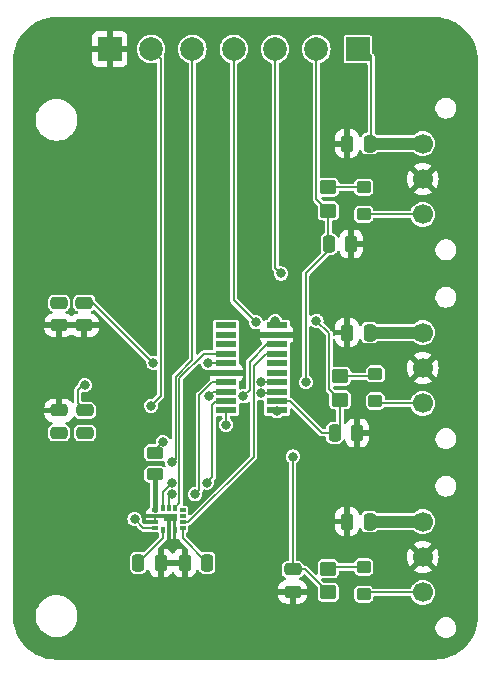
<source format=gtl>
%TF.GenerationSoftware,KiCad,Pcbnew,7.0.9*%
%TF.CreationDate,2023-11-28T01:13:51-06:00*%
%TF.ProjectId,Telemetry-Peripheral-SOM-Daughterboard-IMU,54656c65-6d65-4747-9279-2d5065726970,rev?*%
%TF.SameCoordinates,Original*%
%TF.FileFunction,Copper,L1,Top*%
%TF.FilePolarity,Positive*%
%FSLAX46Y46*%
G04 Gerber Fmt 4.6, Leading zero omitted, Abs format (unit mm)*
G04 Created by KiCad (PCBNEW 7.0.9) date 2023-11-28 01:13:51*
%MOMM*%
%LPD*%
G01*
G04 APERTURE LIST*
G04 Aperture macros list*
%AMRoundRect*
0 Rectangle with rounded corners*
0 $1 Rounding radius*
0 $2 $3 $4 $5 $6 $7 $8 $9 X,Y pos of 4 corners*
0 Add a 4 corners polygon primitive as box body*
4,1,4,$2,$3,$4,$5,$6,$7,$8,$9,$2,$3,0*
0 Add four circle primitives for the rounded corners*
1,1,$1+$1,$2,$3*
1,1,$1+$1,$4,$5*
1,1,$1+$1,$6,$7*
1,1,$1+$1,$8,$9*
0 Add four rect primitives between the rounded corners*
20,1,$1+$1,$2,$3,$4,$5,0*
20,1,$1+$1,$4,$5,$6,$7,0*
20,1,$1+$1,$6,$7,$8,$9,0*
20,1,$1+$1,$8,$9,$2,$3,0*%
G04 Aperture macros list end*
%TA.AperFunction,SMDPad,CuDef*%
%ADD10RoundRect,0.250000X-0.250000X-0.475000X0.250000X-0.475000X0.250000X0.475000X-0.250000X0.475000X0*%
%TD*%
%TA.AperFunction,SMDPad,CuDef*%
%ADD11RoundRect,0.250000X0.250000X0.475000X-0.250000X0.475000X-0.250000X-0.475000X0.250000X-0.475000X0*%
%TD*%
%TA.AperFunction,SMDPad,CuDef*%
%ADD12RoundRect,0.250000X0.475000X-0.250000X0.475000X0.250000X-0.475000X0.250000X-0.475000X-0.250000X0*%
%TD*%
%TA.AperFunction,ComponentPad*%
%ADD13C,1.700000*%
%TD*%
%TA.AperFunction,SMDPad,CuDef*%
%ADD14RoundRect,0.250000X-0.350000X0.275000X-0.350000X-0.275000X0.350000X-0.275000X0.350000X0.275000X0*%
%TD*%
%TA.AperFunction,ComponentPad*%
%ADD15C,2.000000*%
%TD*%
%TA.AperFunction,SMDPad,CuDef*%
%ADD16R,1.800000X0.550000*%
%TD*%
%TA.AperFunction,SMDPad,CuDef*%
%ADD17RoundRect,0.250000X-0.475000X0.250000X-0.475000X-0.250000X0.475000X-0.250000X0.475000X0.250000X0*%
%TD*%
%TA.AperFunction,SMDPad,CuDef*%
%ADD18RoundRect,0.250000X0.450000X-0.350000X0.450000X0.350000X-0.450000X0.350000X-0.450000X-0.350000X0*%
%TD*%
%TA.AperFunction,SMDPad,CuDef*%
%ADD19R,2.000000X2.000000*%
%TD*%
%TA.AperFunction,SMDPad,CuDef*%
%ADD20R,0.533400X0.304800*%
%TD*%
%TA.AperFunction,SMDPad,CuDef*%
%ADD21R,0.304800X0.533400*%
%TD*%
%TA.AperFunction,SMDPad,CuDef*%
%ADD22RoundRect,0.250000X-0.450000X0.262500X-0.450000X-0.262500X0.450000X-0.262500X0.450000X0.262500X0*%
%TD*%
%TA.AperFunction,ViaPad*%
%ADD23C,0.800000*%
%TD*%
%TA.AperFunction,Conductor*%
%ADD24C,1.000000*%
%TD*%
%TA.AperFunction,Conductor*%
%ADD25C,0.200000*%
%TD*%
%TA.AperFunction,Conductor*%
%ADD26C,0.400000*%
%TD*%
G04 APERTURE END LIST*
D10*
%TO.P,C1,1*%
%TO.N,+3.3V*%
X156931401Y-107500000D03*
%TO.P,C1,2*%
%TO.N,GND*%
X158831401Y-107500000D03*
%TD*%
%TO.P,C9,1*%
%TO.N,/PA1*%
X173050000Y-80500000D03*
%TO.P,C9,2*%
%TO.N,GND*%
X174950000Y-80500000D03*
%TD*%
D11*
%TO.P,C8,1*%
%TO.N,+3.3V*%
X176500000Y-104000000D03*
%TO.P,C8,2*%
%TO.N,GND*%
X174600000Y-104000000D03*
%TD*%
D12*
%TO.P,C6,1*%
%TO.N,Net-(IC1-VCM)*%
X150200000Y-96500000D03*
%TO.P,C6,2*%
%TO.N,GND*%
X150200000Y-94600000D03*
%TD*%
D13*
%TO.P,J4,1,Pin_1*%
%TO.N,+3.3V*%
X181000000Y-88000000D03*
%TO.P,J4,2,Pin_2*%
%TO.N,GND*%
X181000000Y-91000000D03*
%TO.P,J4,3,Pin_3*%
%TO.N,Net-(J4-Pin_3)*%
X181000000Y-94000000D03*
%TD*%
%TO.P,J3,1,Pin_1*%
%TO.N,+3.3V*%
X181000000Y-72000000D03*
%TO.P,J3,2,Pin_2*%
%TO.N,GND*%
X181000000Y-75000000D03*
%TO.P,J3,3,Pin_3*%
%TO.N,Net-(J3-Pin_3)*%
X181000000Y-78000000D03*
%TD*%
D14*
%TO.P,FB2,1*%
%TO.N,Net-(FB2-Pad1)*%
X176000000Y-75700000D03*
%TO.P,FB2,2*%
%TO.N,Net-(J3-Pin_3)*%
X176000000Y-78000000D03*
%TD*%
D11*
%TO.P,C12,1*%
%TO.N,+3.3V*%
X176500000Y-88000000D03*
%TO.P,C12,2*%
%TO.N,GND*%
X174600000Y-88000000D03*
%TD*%
D15*
%TO.P,Airflow_SDA,1,1*%
%TO.N,/I2C1_SDA*%
X158000000Y-64000000D03*
%TD*%
D16*
%TO.P,J1,1,Pin_1*%
%TO.N,/SPI2_MOSI*%
X164350000Y-87400000D03*
%TO.P,J1,2,Pin_2*%
%TO.N,+3.3V*%
X168650000Y-87400000D03*
%TO.P,J1,3,Pin_3*%
%TO.N,/SPI2_MISO*%
X164350000Y-88200000D03*
%TO.P,J1,4,Pin_4*%
%TO.N,GND*%
X168650000Y-88200000D03*
%TO.P,J1,5,Pin_5*%
%TO.N,/SPI2_SCK*%
X164350000Y-89000000D03*
%TO.P,J1,6,Pin_6*%
%TO.N,/I2C2_SDA*%
X168650000Y-89000000D03*
%TO.P,J1,7,Pin_7*%
%TO.N,/SPI2_NSS*%
X164350000Y-89800000D03*
%TO.P,J1,8,Pin_8*%
%TO.N,/I2C2_SCL*%
X168650000Y-89800000D03*
%TO.P,J1,9,Pin_9*%
%TO.N,+3.3V*%
X164350000Y-90600000D03*
%TO.P,J1,10,Pin_10*%
%TO.N,VDDA*%
X168650000Y-90600000D03*
%TO.P,J1,11,Pin_11*%
%TO.N,GND*%
X164350000Y-91400000D03*
%TO.P,J1,12,Pin_12*%
%TO.N,GNDA*%
X168650000Y-91400000D03*
%TO.P,J1,13,Pin_13*%
%TO.N,/SPI1_SCK*%
X164350000Y-92200000D03*
%TO.P,J1,14,Pin_14*%
%TO.N,/I2C1_SCL*%
X168650000Y-92200000D03*
%TO.P,J1,15,Pin_15*%
%TO.N,/SPI1_MISO*%
X164350000Y-93000000D03*
%TO.P,J1,16,Pin_16*%
%TO.N,/I2C1_SDA*%
X168650000Y-93000000D03*
%TO.P,J1,17,Pin_17*%
%TO.N,/SPI1_MOSI*%
X164350000Y-93800000D03*
%TO.P,J1,18,Pin_18*%
%TO.N,/PA2*%
X168650000Y-93800000D03*
%TO.P,J1,19,Pin_19*%
%TO.N,/SPI1_NSS*%
X164350000Y-94600000D03*
%TO.P,J1,20,Pin_20*%
%TO.N,/PA1*%
X168650000Y-94600000D03*
%TD*%
D11*
%TO.P,C10,1*%
%TO.N,+3.3V*%
X176500000Y-72000000D03*
%TO.P,C10,2*%
%TO.N,GND*%
X174600000Y-72000000D03*
%TD*%
D10*
%TO.P,C11,1*%
%TO.N,/PA2*%
X173550000Y-96500000D03*
%TO.P,C11,2*%
%TO.N,GND*%
X175450000Y-96500000D03*
%TD*%
D17*
%TO.P,C5,1*%
%TO.N,Net-(IC1-TP1)*%
X152400000Y-94600000D03*
%TO.P,C5,2*%
%TO.N,Net-(IC1-TP2)*%
X152400000Y-96500000D03*
%TD*%
D15*
%TO.P,Temp1,1,1*%
%TO.N,/SPI1_NSS*%
X161500000Y-64000000D03*
%TD*%
D18*
%TO.P,R3,1*%
%TO.N,/PA1*%
X173000000Y-77700000D03*
%TO.P,R3,2*%
%TO.N,Net-(FB2-Pad1)*%
X173000000Y-75700000D03*
%TD*%
D15*
%TO.P,Temp3,1,1*%
%TO.N,/PA2*%
X168500000Y-64000000D03*
%TD*%
D17*
%TO.P,C4,1*%
%TO.N,Net-(IC1-VREG)*%
X150200000Y-85500000D03*
%TO.P,C4,2*%
%TO.N,GND*%
X150200000Y-87400000D03*
%TD*%
%TO.P,C3,1*%
%TO.N,+3.3V*%
X152350000Y-85500000D03*
%TO.P,C3,2*%
%TO.N,GND*%
X152350000Y-87400000D03*
%TD*%
D19*
%TO.P,3.3V_TP1,1,1*%
%TO.N,+3.3V*%
X175500000Y-64000000D03*
%TD*%
D17*
%TO.P,C7,1*%
%TO.N,/SPI1_NSS*%
X170000000Y-108050000D03*
%TO.P,C7,2*%
%TO.N,GND*%
X170000000Y-109950000D03*
%TD*%
D20*
%TO.P,U1,1,SDO/SA0*%
%TO.N,Net-(U1-SDO{slash}SA0)*%
X158318901Y-103049698D03*
%TO.P,U1,2,SDX*%
%TO.N,GND*%
X158318901Y-103549699D03*
%TO.P,U1,3,SCX*%
X158318901Y-104049699D03*
%TO.P,U1,4,INT1*%
%TO.N,/I2C2_SDA*%
X158318901Y-104549700D03*
D21*
%TO.P,U1,5,VDD_IO*%
%TO.N,+3.3V*%
X159000002Y-104726799D03*
%TO.P,U1,6,GND*%
%TO.N,GND*%
X159500001Y-104726799D03*
%TO.P,U1,7,GND*%
X160000000Y-104726799D03*
D20*
%TO.P,U1,8,VDD*%
%TO.N,+3.3V*%
X160681101Y-104549700D03*
%TO.P,U1,9,INT2*%
%TO.N,/I2C2_SCL*%
X160681101Y-104049699D03*
%TO.P,U1,10,OCS_AUX*%
%TO.N,unconnected-(U1-OCS_AUX-Pad10)*%
X160681101Y-103549699D03*
%TO.P,U1,11,SDO_AUX*%
%TO.N,unconnected-(U1-SDO_AUX-Pad11)*%
X160681101Y-103049698D03*
D21*
%TO.P,U1,12,CS*%
%TO.N,/SPI2_NSS*%
X160000000Y-102872599D03*
%TO.P,U1,13,SCL*%
%TO.N,/SPI1_SCK*%
X159500001Y-102872599D03*
%TO.P,U1,14,SDA*%
%TO.N,/SPI1_MOSI*%
X159000002Y-102872599D03*
%TD*%
D18*
%TO.P,R2,1*%
%TO.N,/SPI1_NSS*%
X173000000Y-110000000D03*
%TO.P,R2,2*%
%TO.N,Net-(FB1-Pad1)*%
X173000000Y-108000000D03*
%TD*%
D22*
%TO.P,R1,1*%
%TO.N,/SPI1_MISO*%
X158331401Y-98187500D03*
%TO.P,R1,2*%
%TO.N,Net-(U1-SDO{slash}SA0)*%
X158331401Y-100012500D03*
%TD*%
D18*
%TO.P,R4,1*%
%TO.N,/PA2*%
X174000000Y-93700000D03*
%TO.P,R4,2*%
%TO.N,Net-(FB3-Pad1)*%
X174000000Y-91700000D03*
%TD*%
D14*
%TO.P,FB3,1*%
%TO.N,Net-(FB3-Pad1)*%
X177000000Y-91500000D03*
%TO.P,FB3,2*%
%TO.N,Net-(J4-Pin_3)*%
X177000000Y-93800000D03*
%TD*%
D11*
%TO.P,C2,1*%
%TO.N,+3.3V*%
X162750000Y-107500000D03*
%TO.P,C2,2*%
%TO.N,GND*%
X160850000Y-107500000D03*
%TD*%
D15*
%TO.P,Airflow_SCL,1,1*%
%TO.N,/I2C1_SCL*%
X165000000Y-64000000D03*
%TD*%
D14*
%TO.P,FB1,1*%
%TO.N,Net-(FB1-Pad1)*%
X176000000Y-107850000D03*
%TO.P,FB1,2*%
%TO.N,Net-(J2-Pin_3)*%
X176000000Y-110150000D03*
%TD*%
D19*
%TO.P,GND_TP1,1,1*%
%TO.N,GND*%
X154500000Y-64000000D03*
%TD*%
D13*
%TO.P,J2,1,Pin_1*%
%TO.N,+3.3V*%
X181000000Y-104000000D03*
%TO.P,J2,2,Pin_2*%
%TO.N,GND*%
X181000000Y-107000000D03*
%TO.P,J2,3,Pin_3*%
%TO.N,Net-(J2-Pin_3)*%
X181000000Y-110000000D03*
%TD*%
D15*
%TO.P,Temp2,1,1*%
%TO.N,/PA1*%
X172000000Y-64000000D03*
%TD*%
D23*
%TO.N,+3.3V*%
X176550000Y-72000000D03*
X156931401Y-107500000D03*
X168500000Y-87000000D03*
X162800000Y-90600000D03*
X176500000Y-88000000D03*
X158200000Y-90600000D03*
X176500000Y-104000000D03*
X162750000Y-107500000D03*
X152350000Y-85500000D03*
%TO.N,GND*%
X181000000Y-99000000D03*
X147600000Y-63000000D03*
X146800000Y-109355637D03*
X146800000Y-67762558D03*
X149000000Y-100000000D03*
X158000000Y-111000000D03*
X149000000Y-105000000D03*
X185000000Y-89000000D03*
X185200000Y-112000000D03*
X156000000Y-68000000D03*
X149000000Y-83000000D03*
X184636073Y-113800000D03*
X149783830Y-61800000D03*
X146800000Y-112155637D03*
X181000000Y-83000000D03*
X181793828Y-61800000D03*
X179436073Y-115200000D03*
X168000000Y-102500000D03*
X178993828Y-61800000D03*
X149785528Y-115200000D03*
X170000000Y-78000000D03*
X178200000Y-66800000D03*
X170000000Y-68000000D03*
X147700000Y-114300000D03*
X183993828Y-62475222D03*
X181000000Y-66800000D03*
X152583830Y-61800000D03*
X184500000Y-70000000D03*
X165000000Y-111000000D03*
X185200000Y-67675222D03*
X185200000Y-109200000D03*
X152585528Y-115200000D03*
X163000000Y-68000000D03*
X156000000Y-78000000D03*
X174500000Y-68000000D03*
X163000000Y-78000000D03*
X146800000Y-64962558D03*
X149000000Y-78000000D03*
X185200000Y-64875222D03*
X182236073Y-115200000D03*
%TO.N,/I2C2_SDA*%
X156600000Y-103800000D03*
X165800000Y-93400000D03*
%TO.N,/SPI1_SCK*%
X159739515Y-101701471D03*
X161700000Y-101700000D03*
%TO.N,/I2C1_SCL*%
X167300000Y-92200000D03*
X166863641Y-87136359D03*
%TO.N,/SPI1_MISO*%
X162936460Y-93345689D03*
X159000000Y-97250000D03*
%TO.N,/I2C1_SDA*%
X167300000Y-93126503D03*
X158000000Y-94200000D03*
%TO.N,/SPI1_MOSI*%
X162726500Y-100700000D03*
X159747234Y-100775001D03*
%TO.N,/SPI1_NSS*%
X159773500Y-99000000D03*
X164350000Y-95800000D03*
X170000000Y-98500000D03*
%TO.N,Net-(IC1-VREG)*%
X150200000Y-85500000D03*
%TO.N,Net-(IC1-VCM)*%
X150200000Y-96500000D03*
%TO.N,Net-(IC1-TP2)*%
X152400000Y-96500000D03*
%TO.N,Net-(IC1-TP1)*%
X152400000Y-92450000D03*
%TO.N,/PA1*%
X171100000Y-92200000D03*
X168650000Y-94674502D03*
%TO.N,/PA2*%
X172000000Y-87000000D03*
X169000000Y-83000000D03*
%TD*%
D24*
%TO.N,+3.3V*%
X176550000Y-72000000D02*
X176500000Y-72000000D01*
X181000000Y-88000000D02*
X176500000Y-88000000D01*
D25*
X153100000Y-85500000D02*
X158200000Y-90600000D01*
X176627000Y-71923000D02*
X176550000Y-72000000D01*
X159000002Y-105431399D02*
X159000002Y-104726799D01*
X152350000Y-85500000D02*
X153100000Y-85500000D01*
X156931401Y-107500000D02*
X159000002Y-105431399D01*
X162800000Y-90600000D02*
X164350000Y-90600000D01*
D26*
X168500000Y-87000000D02*
X168500000Y-87250000D01*
D25*
X176627000Y-64627000D02*
X176627000Y-71923000D01*
X160681101Y-105431101D02*
X160681101Y-104549700D01*
D24*
X176550000Y-72000000D02*
X181000000Y-72000000D01*
D26*
X168500000Y-87250000D02*
X168650000Y-87400000D01*
D25*
X175500000Y-63500000D02*
X176627000Y-64627000D01*
D24*
X176500000Y-104000000D02*
X181000000Y-104000000D01*
D25*
X162750000Y-107500000D02*
X160681101Y-105431101D01*
%TO.N,GND*%
X170550000Y-110000000D02*
X170500000Y-109950000D01*
X158318901Y-103549699D02*
X158318901Y-104049699D01*
%TO.N,/I2C2_SDA*%
X157349700Y-104549700D02*
X158318901Y-104549700D01*
X165800000Y-93400000D02*
X166346000Y-92854000D01*
X166346000Y-90454000D02*
X167800000Y-89000000D01*
X156600000Y-103800000D02*
X157349700Y-104549700D01*
X167800000Y-89000000D02*
X168650000Y-89000000D01*
X166346000Y-92854000D02*
X166346000Y-90454000D01*
%TO.N,/SPI2_NSS*%
X160400000Y-91868629D02*
X160400000Y-102472599D01*
X160400000Y-102472599D02*
X160000000Y-102872599D01*
X162468629Y-89800000D02*
X160400000Y-91868629D01*
X164350000Y-89800000D02*
X162468629Y-89800000D01*
%TO.N,/I2C2_SCL*%
X160681101Y-104049699D02*
X161147801Y-104049699D01*
X167700000Y-89800000D02*
X168650000Y-89800000D01*
X161147801Y-104049699D02*
X166673000Y-98524500D01*
X166673000Y-98524500D02*
X166673000Y-90827000D01*
X166673000Y-90827000D02*
X167700000Y-89800000D01*
%TO.N,/SPI1_SCK*%
X161700000Y-101700000D02*
X162100000Y-101300000D01*
X159739515Y-101701471D02*
X159500001Y-101940985D01*
X162100000Y-93295437D02*
X163195437Y-92200000D01*
X159500001Y-101940985D02*
X159500001Y-102872599D01*
X162100000Y-101300000D02*
X162100000Y-93295437D01*
X163195437Y-92200000D02*
X164350000Y-92200000D01*
%TO.N,/I2C1_SCL*%
X165000000Y-64000000D02*
X165000000Y-85272718D01*
X165000000Y-85272718D02*
X166863641Y-87136359D01*
X167300000Y-92200000D02*
X168650000Y-92200000D01*
%TO.N,/SPI1_MISO*%
X163282149Y-93000000D02*
X164350000Y-93000000D01*
X158331401Y-97918599D02*
X158331401Y-98187500D01*
X159000000Y-97250000D02*
X158331401Y-97918599D01*
X162936460Y-93345689D02*
X163282149Y-93000000D01*
%TO.N,/I2C1_SDA*%
X158827000Y-93373000D02*
X158000000Y-94200000D01*
X158000000Y-64000000D02*
X158827000Y-64827000D01*
X167300000Y-93126503D02*
X168523497Y-93126503D01*
X158827000Y-64827000D02*
X158827000Y-93373000D01*
X168523497Y-93126503D02*
X168650000Y-93000000D01*
%TO.N,/SPI1_MOSI*%
X163521000Y-93800000D02*
X164350000Y-93800000D01*
X163200000Y-100226500D02*
X163200000Y-94121000D01*
X159747234Y-100775001D02*
X159000002Y-101522233D01*
X163200000Y-94121000D02*
X163521000Y-93800000D01*
X159000002Y-101522233D02*
X159000002Y-102872599D01*
X162726500Y-100700000D02*
X163200000Y-100226500D01*
%TO.N,/SPI1_NSS*%
X161500000Y-90306181D02*
X160073000Y-91733181D01*
X170000000Y-98500000D02*
X170000000Y-108050000D01*
X161500000Y-64000000D02*
X161500000Y-90306181D01*
X164350000Y-95800000D02*
X164350000Y-94600000D01*
X160073000Y-98700500D02*
X159773500Y-99000000D01*
X173000000Y-110000000D02*
X171050000Y-108050000D01*
X160073000Y-91733181D02*
X160073000Y-98700500D01*
X171050000Y-108050000D02*
X170000000Y-108050000D01*
D26*
%TO.N,Net-(U1-SDO{slash}SA0)*%
X158318901Y-100025000D02*
X158318901Y-102997299D01*
D25*
%TO.N,Net-(IC1-TP1)*%
X152400000Y-92450000D02*
X152200000Y-92450000D01*
X151800000Y-94000000D02*
X152400000Y-94600000D01*
X151800000Y-92850000D02*
X151800000Y-94000000D01*
X152200000Y-92450000D02*
X151800000Y-92850000D01*
%TO.N,/PA1*%
X173000000Y-80450000D02*
X173050000Y-80500000D01*
X173000000Y-77700000D02*
X173000000Y-80450000D01*
X172000000Y-64000000D02*
X172000000Y-76700000D01*
X171100000Y-92200000D02*
X171100000Y-83000000D01*
X172000000Y-76700000D02*
X173000000Y-77700000D01*
X173050000Y-80500000D02*
X173050000Y-81050000D01*
X173050000Y-81050000D02*
X171100000Y-83000000D01*
%TO.N,/PA2*%
X174000000Y-93700000D02*
X174000000Y-96100000D01*
X169750000Y-93800000D02*
X168650000Y-93800000D01*
X168500000Y-82500000D02*
X169000000Y-83000000D01*
X168500000Y-64000000D02*
X168500000Y-82500000D01*
X172000000Y-87000000D02*
X173073000Y-88073000D01*
X173600000Y-96500000D02*
X172450000Y-96500000D01*
X174000000Y-96100000D02*
X173600000Y-96500000D01*
X173073000Y-92773000D02*
X174000000Y-93700000D01*
X172450000Y-96500000D02*
X169750000Y-93800000D01*
X173073000Y-88073000D02*
X173073000Y-92773000D01*
%TO.N,Net-(FB1-Pad1)*%
X176000000Y-107850000D02*
X173150000Y-107850000D01*
X173150000Y-107850000D02*
X173000000Y-108000000D01*
X173300000Y-107700000D02*
X173000000Y-108000000D01*
%TO.N,Net-(J2-Pin_3)*%
X176000000Y-110000000D02*
X181000000Y-110000000D01*
%TO.N,Net-(FB2-Pad1)*%
X176000000Y-75700000D02*
X173000000Y-75700000D01*
%TO.N,Net-(J3-Pin_3)*%
X176000000Y-78000000D02*
X181000000Y-78000000D01*
%TO.N,Net-(FB3-Pad1)*%
X176800000Y-91700000D02*
X174000000Y-91700000D01*
X174700000Y-91500000D02*
X174500000Y-91700000D01*
X177000000Y-91500000D02*
X176800000Y-91700000D01*
%TO.N,Net-(J4-Pin_3)*%
X181000000Y-94000000D02*
X177200000Y-94000000D01*
X177200000Y-94000000D02*
X177000000Y-93800000D01*
%TD*%
%TA.AperFunction,Conductor*%
%TO.N,GND*%
G36*
X182001513Y-61300575D02*
G01*
X182359571Y-61318165D01*
X182365624Y-61318760D01*
X182718724Y-61371138D01*
X182724676Y-61372321D01*
X183013435Y-61444651D01*
X183070953Y-61459059D01*
X183076774Y-61460824D01*
X183412867Y-61581081D01*
X183418486Y-61583409D01*
X183741181Y-61736031D01*
X183746539Y-61738894D01*
X184052713Y-61922408D01*
X184057775Y-61925790D01*
X184344494Y-62138436D01*
X184349198Y-62142296D01*
X184613699Y-62382025D01*
X184617974Y-62386300D01*
X184772369Y-62556649D01*
X184857701Y-62650799D01*
X184861563Y-62655505D01*
X185074209Y-62942224D01*
X185077591Y-62947286D01*
X185080520Y-62952172D01*
X185221726Y-63187761D01*
X185261098Y-63253448D01*
X185263968Y-63258818D01*
X185416590Y-63581513D01*
X185418920Y-63587137D01*
X185539173Y-63923220D01*
X185540940Y-63929046D01*
X185627674Y-64275304D01*
X185628861Y-64281275D01*
X185681238Y-64634370D01*
X185681834Y-64640428D01*
X185699425Y-64998486D01*
X185699500Y-65001529D01*
X185699500Y-111998470D01*
X185699425Y-112001513D01*
X185681834Y-112359571D01*
X185681238Y-112365629D01*
X185628861Y-112718724D01*
X185627674Y-112724695D01*
X185540940Y-113070953D01*
X185539173Y-113076779D01*
X185418920Y-113412862D01*
X185416590Y-113418486D01*
X185263968Y-113741181D01*
X185261098Y-113746551D01*
X185077591Y-114052713D01*
X185074209Y-114057775D01*
X184861563Y-114344494D01*
X184857701Y-114349200D01*
X184617989Y-114613684D01*
X184613689Y-114617983D01*
X184518751Y-114704029D01*
X184349200Y-114857701D01*
X184344494Y-114861563D01*
X184057775Y-115074209D01*
X184052713Y-115077591D01*
X183746551Y-115261098D01*
X183741181Y-115263968D01*
X183418486Y-115416590D01*
X183412862Y-115418920D01*
X183076779Y-115539173D01*
X183070953Y-115540940D01*
X182724695Y-115627674D01*
X182718724Y-115628861D01*
X182365629Y-115681238D01*
X182359571Y-115681834D01*
X182001514Y-115699425D01*
X181998471Y-115699500D01*
X150001529Y-115699500D01*
X149998486Y-115699425D01*
X149640428Y-115681834D01*
X149634370Y-115681238D01*
X149281275Y-115628861D01*
X149275307Y-115627674D01*
X149217188Y-115613116D01*
X148929046Y-115540940D01*
X148923220Y-115539173D01*
X148587137Y-115418920D01*
X148581513Y-115416590D01*
X148258818Y-115263968D01*
X148253453Y-115261101D01*
X147947286Y-115077591D01*
X147942224Y-115074209D01*
X147655505Y-114861563D01*
X147650799Y-114857701D01*
X147532295Y-114750296D01*
X147386300Y-114617974D01*
X147382025Y-114613699D01*
X147142296Y-114349198D01*
X147138436Y-114344494D01*
X146925790Y-114057775D01*
X146922408Y-114052713D01*
X146815804Y-113874855D01*
X146738894Y-113746539D01*
X146736031Y-113741181D01*
X146583409Y-113418486D01*
X146581079Y-113412862D01*
X146532248Y-113276390D01*
X146460824Y-113076774D01*
X146459059Y-113070953D01*
X146444651Y-113013435D01*
X146372321Y-112724676D01*
X146371138Y-112718724D01*
X146346525Y-112552795D01*
X146318760Y-112365624D01*
X146318165Y-112359571D01*
X146306960Y-112131489D01*
X148245500Y-112131489D01*
X148284690Y-112391503D01*
X148284692Y-112391509D01*
X148362202Y-112642788D01*
X148476295Y-112879705D01*
X148476297Y-112879707D01*
X148476298Y-112879710D01*
X148624430Y-113096980D01*
X148803290Y-113289746D01*
X149008883Y-113453701D01*
X149236616Y-113585183D01*
X149481402Y-113681254D01*
X149737772Y-113739769D01*
X149737778Y-113739769D01*
X149737781Y-113739770D01*
X149934340Y-113754500D01*
X149934346Y-113754500D01*
X150065660Y-113754500D01*
X150262218Y-113739770D01*
X150262220Y-113739769D01*
X150262228Y-113739769D01*
X150518598Y-113681254D01*
X150763384Y-113585183D01*
X150991117Y-113453701D01*
X151196710Y-113289746D01*
X151375570Y-113096980D01*
X151377950Y-113093489D01*
X182070500Y-113093489D01*
X182109374Y-113276384D01*
X182109376Y-113276390D01*
X182185427Y-113447199D01*
X182185429Y-113447204D01*
X182295330Y-113598469D01*
X182434286Y-113723586D01*
X182596213Y-113817074D01*
X182596215Y-113817075D01*
X182774044Y-113874855D01*
X182913380Y-113889500D01*
X182913385Y-113889500D01*
X183006615Y-113889500D01*
X183006620Y-113889500D01*
X183145956Y-113874855D01*
X183323785Y-113817075D01*
X183485715Y-113723585D01*
X183624669Y-113598470D01*
X183734573Y-113447200D01*
X183810625Y-113276385D01*
X183849500Y-113093490D01*
X183849500Y-112906510D01*
X183810625Y-112723615D01*
X183810623Y-112723609D01*
X183774638Y-112642788D01*
X183734573Y-112552800D01*
X183734570Y-112552796D01*
X183734570Y-112552795D01*
X183624669Y-112401530D01*
X183485713Y-112276413D01*
X183323786Y-112182925D01*
X183145960Y-112125146D01*
X183145958Y-112125145D01*
X183106145Y-112120960D01*
X183006620Y-112110500D01*
X182913380Y-112110500D01*
X182826295Y-112119653D01*
X182774041Y-112125145D01*
X182774039Y-112125146D01*
X182596213Y-112182925D01*
X182434286Y-112276413D01*
X182295330Y-112401530D01*
X182185429Y-112552795D01*
X182185427Y-112552800D01*
X182109376Y-112723609D01*
X182109374Y-112723615D01*
X182070500Y-112906510D01*
X182070500Y-113093489D01*
X151377950Y-113093489D01*
X151523702Y-112879710D01*
X151637798Y-112642788D01*
X151715308Y-112391508D01*
X151754500Y-112131482D01*
X151754500Y-111868518D01*
X151715308Y-111608492D01*
X151637798Y-111357212D01*
X151523702Y-111120290D01*
X151375570Y-110903020D01*
X151196710Y-110710254D01*
X150991117Y-110546299D01*
X150763384Y-110414817D01*
X150518598Y-110318746D01*
X150518593Y-110318744D01*
X150518584Y-110318742D01*
X150300501Y-110268966D01*
X150262228Y-110260231D01*
X150262227Y-110260230D01*
X150262223Y-110260230D01*
X150262218Y-110260229D01*
X150065660Y-110245500D01*
X150065654Y-110245500D01*
X149934346Y-110245500D01*
X149934340Y-110245500D01*
X149737781Y-110260229D01*
X149737776Y-110260230D01*
X149481415Y-110318742D01*
X149481396Y-110318748D01*
X149236615Y-110414817D01*
X149008883Y-110546299D01*
X148803290Y-110710254D01*
X148803288Y-110710256D01*
X148624430Y-110903019D01*
X148476295Y-111120294D01*
X148362202Y-111357211D01*
X148284692Y-111608490D01*
X148284690Y-111608496D01*
X148245500Y-111868510D01*
X148245500Y-112131489D01*
X146306960Y-112131489D01*
X146300575Y-112001512D01*
X146300500Y-111998470D01*
X146300500Y-110200000D01*
X168775001Y-110200000D01*
X168775001Y-110249986D01*
X168785494Y-110352697D01*
X168840641Y-110519119D01*
X168840643Y-110519124D01*
X168932684Y-110668345D01*
X169056654Y-110792315D01*
X169205875Y-110884356D01*
X169205880Y-110884358D01*
X169372302Y-110939505D01*
X169372309Y-110939506D01*
X169475019Y-110949999D01*
X169749999Y-110949999D01*
X169750000Y-110949998D01*
X169750000Y-110200000D01*
X170250000Y-110200000D01*
X170250000Y-110949999D01*
X170524972Y-110949999D01*
X170524986Y-110949998D01*
X170627697Y-110939505D01*
X170794119Y-110884358D01*
X170794124Y-110884356D01*
X170943345Y-110792315D01*
X171067315Y-110668345D01*
X171159356Y-110519124D01*
X171159358Y-110519119D01*
X171214505Y-110352697D01*
X171214506Y-110352690D01*
X171224999Y-110249986D01*
X171225000Y-110249973D01*
X171225000Y-110200000D01*
X170250000Y-110200000D01*
X169750000Y-110200000D01*
X168775001Y-110200000D01*
X146300500Y-110200000D01*
X146300500Y-109700000D01*
X168775000Y-109700000D01*
X171224999Y-109700000D01*
X171224999Y-109650028D01*
X171224998Y-109650013D01*
X171214505Y-109547302D01*
X171159358Y-109380880D01*
X171159356Y-109380875D01*
X171067315Y-109231654D01*
X170943345Y-109107684D01*
X170794124Y-109015643D01*
X170794119Y-109015641D01*
X170625917Y-108959905D01*
X170568472Y-108920133D01*
X170541649Y-108855617D01*
X170553964Y-108786841D01*
X170601507Y-108735641D01*
X170623966Y-108725158D01*
X170623972Y-108725156D01*
X170687882Y-108702793D01*
X170797150Y-108622150D01*
X170877793Y-108512882D01*
X170877792Y-108512882D01*
X170881453Y-108507923D01*
X170937100Y-108465672D01*
X171006756Y-108460213D01*
X171068306Y-108493280D01*
X171068904Y-108493875D01*
X172064389Y-109489360D01*
X172097874Y-109550683D01*
X172100167Y-109588607D01*
X172099500Y-109595726D01*
X172099500Y-110404269D01*
X172102353Y-110434699D01*
X172102353Y-110434701D01*
X172131895Y-110519124D01*
X172147207Y-110562882D01*
X172227850Y-110672150D01*
X172337118Y-110752793D01*
X172379845Y-110767744D01*
X172465299Y-110797646D01*
X172495730Y-110800500D01*
X172495734Y-110800500D01*
X173504270Y-110800500D01*
X173534699Y-110797646D01*
X173534701Y-110797646D01*
X173598790Y-110775219D01*
X173662882Y-110752793D01*
X173772150Y-110672150D01*
X173852793Y-110562882D01*
X173875219Y-110498790D01*
X173882050Y-110479269D01*
X175199500Y-110479269D01*
X175202353Y-110509699D01*
X175202353Y-110509701D01*
X175247206Y-110637880D01*
X175247207Y-110637882D01*
X175327850Y-110747150D01*
X175437118Y-110827793D01*
X175479845Y-110842744D01*
X175565299Y-110872646D01*
X175595730Y-110875500D01*
X175595734Y-110875500D01*
X176404270Y-110875500D01*
X176434699Y-110872646D01*
X176434701Y-110872646D01*
X176498790Y-110850219D01*
X176562882Y-110827793D01*
X176672150Y-110747150D01*
X176752793Y-110637882D01*
X176784839Y-110546299D01*
X176797646Y-110509701D01*
X176797646Y-110509699D01*
X176800500Y-110479269D01*
X176800500Y-110424500D01*
X176820185Y-110357461D01*
X176872989Y-110311706D01*
X176924500Y-110300500D01*
X179901421Y-110300500D01*
X179968460Y-110320185D01*
X180014215Y-110372989D01*
X180020081Y-110388503D01*
X180024768Y-110403954D01*
X180122315Y-110586450D01*
X180122317Y-110586452D01*
X180253589Y-110746410D01*
X180319499Y-110800500D01*
X180413550Y-110877685D01*
X180596046Y-110975232D01*
X180794066Y-111035300D01*
X180794065Y-111035300D01*
X180812529Y-111037118D01*
X181000000Y-111055583D01*
X181205934Y-111035300D01*
X181403954Y-110975232D01*
X181586450Y-110877685D01*
X181746410Y-110746410D01*
X181877685Y-110586450D01*
X181975232Y-110403954D01*
X182035300Y-110205934D01*
X182055583Y-110000000D01*
X182035300Y-109794066D01*
X181975232Y-109596046D01*
X181877685Y-109413550D01*
X181807353Y-109327850D01*
X181746410Y-109253589D01*
X181586452Y-109122317D01*
X181586453Y-109122317D01*
X181586450Y-109122315D01*
X181403954Y-109024768D01*
X181205934Y-108964700D01*
X181205932Y-108964699D01*
X181205934Y-108964699D01*
X181000000Y-108944417D01*
X180794067Y-108964699D01*
X180596043Y-109024769D01*
X180485898Y-109083643D01*
X180413550Y-109122315D01*
X180413548Y-109122316D01*
X180413547Y-109122317D01*
X180253589Y-109253589D01*
X180149126Y-109380880D01*
X180122315Y-109413550D01*
X180090962Y-109472207D01*
X180024769Y-109596043D01*
X180024768Y-109596046D01*
X180020081Y-109611497D01*
X179981783Y-109669935D01*
X179917970Y-109698391D01*
X179901421Y-109699500D01*
X176842980Y-109699500D01*
X176775941Y-109679815D01*
X176743210Y-109649133D01*
X176672151Y-109552851D01*
X176669213Y-109550683D01*
X176562882Y-109472207D01*
X176562880Y-109472206D01*
X176434700Y-109427353D01*
X176404270Y-109424500D01*
X176404266Y-109424500D01*
X175595734Y-109424500D01*
X175595730Y-109424500D01*
X175565300Y-109427353D01*
X175565298Y-109427353D01*
X175437119Y-109472206D01*
X175437117Y-109472207D01*
X175327850Y-109552850D01*
X175247207Y-109662117D01*
X175247206Y-109662119D01*
X175202353Y-109790298D01*
X175202353Y-109790300D01*
X175199500Y-109820730D01*
X175199500Y-110479269D01*
X173882050Y-110479269D01*
X173897646Y-110434701D01*
X173897646Y-110434699D01*
X173900500Y-110404269D01*
X173900500Y-109595730D01*
X173897646Y-109565300D01*
X173897646Y-109565298D01*
X173852793Y-109437119D01*
X173852792Y-109437117D01*
X173845586Y-109427353D01*
X173772150Y-109327850D01*
X173662882Y-109247207D01*
X173662880Y-109247206D01*
X173534700Y-109202353D01*
X173504270Y-109199500D01*
X173504266Y-109199500D01*
X172675834Y-109199500D01*
X172608795Y-109179815D01*
X172588153Y-109163181D01*
X172437153Y-109012181D01*
X172403668Y-108950858D01*
X172408652Y-108881166D01*
X172450524Y-108825233D01*
X172515988Y-108800816D01*
X172524834Y-108800500D01*
X173504270Y-108800500D01*
X173534699Y-108797646D01*
X173534701Y-108797646D01*
X173598790Y-108775219D01*
X173662882Y-108752793D01*
X173772150Y-108672150D01*
X173852793Y-108562882D01*
X173887797Y-108462847D01*
X173897646Y-108434701D01*
X173897646Y-108434699D01*
X173900500Y-108404269D01*
X173900500Y-108274500D01*
X173920185Y-108207461D01*
X173972989Y-108161706D01*
X174024500Y-108150500D01*
X175093656Y-108150500D01*
X175160695Y-108170185D01*
X175206450Y-108222989D01*
X175210697Y-108233544D01*
X175231893Y-108294117D01*
X175247207Y-108337882D01*
X175327850Y-108447150D01*
X175437118Y-108527793D01*
X175479845Y-108542744D01*
X175565299Y-108572646D01*
X175595730Y-108575500D01*
X175595734Y-108575500D01*
X176404270Y-108575500D01*
X176434699Y-108572646D01*
X176434701Y-108572646D01*
X176498790Y-108550219D01*
X176562882Y-108527793D01*
X176672150Y-108447150D01*
X176752793Y-108337882D01*
X176775346Y-108273429D01*
X176797646Y-108209701D01*
X176797646Y-108209699D01*
X176800500Y-108179269D01*
X176800500Y-107520730D01*
X176797646Y-107490300D01*
X176797646Y-107490298D01*
X176752793Y-107362119D01*
X176752792Y-107362117D01*
X176672150Y-107252850D01*
X176562882Y-107172207D01*
X176562880Y-107172206D01*
X176434700Y-107127353D01*
X176404270Y-107124500D01*
X176404266Y-107124500D01*
X175595734Y-107124500D01*
X175595730Y-107124500D01*
X175565300Y-107127353D01*
X175565298Y-107127353D01*
X175437119Y-107172206D01*
X175437117Y-107172207D01*
X175327850Y-107252850D01*
X175247207Y-107362117D01*
X175210697Y-107466456D01*
X175169975Y-107523231D01*
X175105022Y-107548978D01*
X175093656Y-107549500D01*
X173980099Y-107549500D01*
X173913060Y-107529815D01*
X173867305Y-107477011D01*
X173863065Y-107466474D01*
X173852793Y-107437118D01*
X173772150Y-107327850D01*
X173662882Y-107247207D01*
X173662880Y-107247206D01*
X173534700Y-107202353D01*
X173504270Y-107199500D01*
X173504266Y-107199500D01*
X172495734Y-107199500D01*
X172495730Y-107199500D01*
X172465300Y-107202353D01*
X172465298Y-107202353D01*
X172337119Y-107247206D01*
X172337117Y-107247207D01*
X172227850Y-107327850D01*
X172147207Y-107437117D01*
X172147206Y-107437119D01*
X172102353Y-107565298D01*
X172102353Y-107565300D01*
X172099500Y-107595730D01*
X172099500Y-108375166D01*
X172079815Y-108442205D01*
X172027011Y-108487960D01*
X171957853Y-108497904D01*
X171894297Y-108468879D01*
X171887819Y-108462847D01*
X171454237Y-108029266D01*
X171306915Y-107881944D01*
X171301278Y-107875465D01*
X171293956Y-107865770D01*
X171258624Y-107833560D01*
X171256573Y-107831602D01*
X171242797Y-107817826D01*
X171240586Y-107816311D01*
X171233853Y-107810978D01*
X171210933Y-107790084D01*
X171204470Y-107787580D01*
X171179192Y-107774256D01*
X171173481Y-107770344D01*
X171173478Y-107770343D01*
X171173479Y-107770343D01*
X171143302Y-107763244D01*
X171135094Y-107760703D01*
X171106173Y-107749500D01*
X171099249Y-107749500D01*
X171070858Y-107746206D01*
X171064119Y-107744621D01*
X171039629Y-107748037D01*
X170970513Y-107737802D01*
X170917902Y-107691825D01*
X170905460Y-107666186D01*
X170877793Y-107587118D01*
X170797150Y-107477850D01*
X170687882Y-107397207D01*
X170687880Y-107397206D01*
X170559700Y-107352353D01*
X170529270Y-107349500D01*
X170529266Y-107349500D01*
X170424500Y-107349500D01*
X170357461Y-107329815D01*
X170311706Y-107277011D01*
X170300500Y-107225500D01*
X170300500Y-107000001D01*
X179644843Y-107000001D01*
X179665430Y-107235315D01*
X179665432Y-107235326D01*
X179726566Y-107463483D01*
X179726570Y-107463492D01*
X179826400Y-107677579D01*
X179826402Y-107677583D01*
X179885072Y-107761373D01*
X179885073Y-107761373D01*
X180508866Y-107137580D01*
X180531318Y-107214040D01*
X180610605Y-107337413D01*
X180721438Y-107433451D01*
X180854839Y-107494373D01*
X180858633Y-107494918D01*
X180238625Y-108114925D01*
X180322421Y-108173599D01*
X180536507Y-108273429D01*
X180536516Y-108273433D01*
X180764673Y-108334567D01*
X180764684Y-108334569D01*
X180999998Y-108355157D01*
X181000002Y-108355157D01*
X181235315Y-108334569D01*
X181235326Y-108334567D01*
X181463483Y-108273433D01*
X181463492Y-108273429D01*
X181677578Y-108173600D01*
X181677582Y-108173598D01*
X181761373Y-108114926D01*
X181761373Y-108114925D01*
X181141365Y-107494918D01*
X181145161Y-107494373D01*
X181278562Y-107433451D01*
X181389395Y-107337413D01*
X181468682Y-107214040D01*
X181491133Y-107137580D01*
X182114925Y-107761373D01*
X182114926Y-107761373D01*
X182173598Y-107677582D01*
X182173600Y-107677578D01*
X182273429Y-107463492D01*
X182273433Y-107463483D01*
X182334567Y-107235326D01*
X182334569Y-107235315D01*
X182355157Y-107000001D01*
X182355157Y-106999998D01*
X182334569Y-106764684D01*
X182334567Y-106764673D01*
X182273433Y-106536516D01*
X182273429Y-106536507D01*
X182173600Y-106322423D01*
X182173599Y-106322421D01*
X182114925Y-106238626D01*
X182114925Y-106238625D01*
X181491132Y-106862418D01*
X181468682Y-106785960D01*
X181389395Y-106662587D01*
X181278562Y-106566549D01*
X181145161Y-106505627D01*
X181141366Y-106505081D01*
X181761373Y-105885073D01*
X181761373Y-105885072D01*
X181677583Y-105826402D01*
X181677579Y-105826400D01*
X181463492Y-105726570D01*
X181463483Y-105726566D01*
X181235326Y-105665432D01*
X181235315Y-105665430D01*
X181000002Y-105644843D01*
X180999998Y-105644843D01*
X180764684Y-105665430D01*
X180764673Y-105665432D01*
X180536516Y-105726566D01*
X180536507Y-105726570D01*
X180322419Y-105826401D01*
X180238625Y-105885072D01*
X180858634Y-106505081D01*
X180854839Y-106505627D01*
X180721438Y-106566549D01*
X180610605Y-106662587D01*
X180531318Y-106785960D01*
X180508867Y-106862419D01*
X179885073Y-106238625D01*
X179885072Y-106238625D01*
X179826401Y-106322419D01*
X179726570Y-106536507D01*
X179726566Y-106536516D01*
X179665432Y-106764673D01*
X179665430Y-106764684D01*
X179644843Y-106999998D01*
X179644843Y-107000001D01*
X170300500Y-107000001D01*
X170300500Y-104250000D01*
X173600001Y-104250000D01*
X173600001Y-104524986D01*
X173610494Y-104627697D01*
X173665641Y-104794119D01*
X173665643Y-104794124D01*
X173757684Y-104943345D01*
X173881654Y-105067315D01*
X174030875Y-105159356D01*
X174030880Y-105159358D01*
X174197302Y-105214505D01*
X174197309Y-105214506D01*
X174300019Y-105224999D01*
X174349999Y-105224998D01*
X174350000Y-105224998D01*
X174350000Y-104250000D01*
X173600001Y-104250000D01*
X170300500Y-104250000D01*
X170300500Y-103750000D01*
X173600000Y-103750000D01*
X174350000Y-103750000D01*
X174350000Y-102775000D01*
X174850000Y-102775000D01*
X174850000Y-105224999D01*
X174899972Y-105224999D01*
X174899986Y-105224998D01*
X175002697Y-105214505D01*
X175169119Y-105159358D01*
X175169124Y-105159356D01*
X175318345Y-105067315D01*
X175442315Y-104943345D01*
X175534356Y-104794124D01*
X175534359Y-104794117D01*
X175590094Y-104625918D01*
X175629866Y-104568473D01*
X175694382Y-104541649D01*
X175763158Y-104553964D01*
X175814358Y-104601506D01*
X175824841Y-104623965D01*
X175826147Y-104627697D01*
X175847207Y-104687882D01*
X175927850Y-104797150D01*
X176037118Y-104877793D01*
X176054371Y-104883830D01*
X176165299Y-104922646D01*
X176195730Y-104925500D01*
X176195734Y-104925500D01*
X176804270Y-104925500D01*
X176834699Y-104922646D01*
X176834701Y-104922646D01*
X176899978Y-104899804D01*
X176962882Y-104877793D01*
X177072150Y-104797150D01*
X177106308Y-104750866D01*
X177161956Y-104708616D01*
X177206079Y-104700500D01*
X180157265Y-104700500D01*
X180224304Y-104720185D01*
X180249119Y-104742274D01*
X180249287Y-104742107D01*
X180252165Y-104744985D01*
X180253114Y-104745830D01*
X180253590Y-104746410D01*
X180413550Y-104877685D01*
X180596046Y-104975232D01*
X180794066Y-105035300D01*
X180794065Y-105035300D01*
X180812529Y-105037118D01*
X181000000Y-105055583D01*
X181205934Y-105035300D01*
X181403954Y-104975232D01*
X181586450Y-104877685D01*
X181746410Y-104746410D01*
X181877685Y-104586450D01*
X181975232Y-104403954D01*
X182035300Y-104205934D01*
X182055583Y-104000000D01*
X182035300Y-103794066D01*
X181975232Y-103596046D01*
X181877685Y-103413550D01*
X181817427Y-103340125D01*
X181746410Y-103253589D01*
X181586452Y-103122317D01*
X181586453Y-103122317D01*
X181586450Y-103122315D01*
X181403954Y-103024768D01*
X181205934Y-102964700D01*
X181205932Y-102964699D01*
X181205934Y-102964699D01*
X181000000Y-102944417D01*
X180794067Y-102964699D01*
X180596043Y-103024769D01*
X180503005Y-103074500D01*
X180413550Y-103122315D01*
X180413548Y-103122316D01*
X180413547Y-103122317D01*
X180253591Y-103253588D01*
X180253115Y-103254169D01*
X180252787Y-103254391D01*
X180249287Y-103257893D01*
X180248622Y-103257228D01*
X180195368Y-103293501D01*
X180157265Y-103299500D01*
X177206079Y-103299500D01*
X177139040Y-103279815D01*
X177106308Y-103249133D01*
X177072151Y-103202851D01*
X177072150Y-103202850D01*
X176962882Y-103122207D01*
X176962880Y-103122206D01*
X176834700Y-103077353D01*
X176804270Y-103074500D01*
X176804266Y-103074500D01*
X176195734Y-103074500D01*
X176195730Y-103074500D01*
X176165300Y-103077353D01*
X176165298Y-103077353D01*
X176037119Y-103122206D01*
X176037117Y-103122207D01*
X175927850Y-103202850D01*
X175847207Y-103312117D01*
X175824842Y-103376033D01*
X175784120Y-103432808D01*
X175719167Y-103458555D01*
X175650605Y-103445098D01*
X175600203Y-103396711D01*
X175590095Y-103374081D01*
X175534358Y-103205880D01*
X175534356Y-103205875D01*
X175442315Y-103056654D01*
X175318345Y-102932684D01*
X175169124Y-102840643D01*
X175169119Y-102840641D01*
X175002697Y-102785494D01*
X175002690Y-102785493D01*
X174899986Y-102775000D01*
X174850000Y-102775000D01*
X174350000Y-102775000D01*
X174349999Y-102774999D01*
X174300029Y-102775000D01*
X174300011Y-102775001D01*
X174197302Y-102785494D01*
X174030880Y-102840641D01*
X174030875Y-102840643D01*
X173881654Y-102932684D01*
X173757684Y-103056654D01*
X173665643Y-103205875D01*
X173665641Y-103205880D01*
X173610494Y-103372302D01*
X173610493Y-103372309D01*
X173600000Y-103475013D01*
X173600000Y-103750000D01*
X170300500Y-103750000D01*
X170300500Y-101093489D01*
X182070500Y-101093489D01*
X182109374Y-101276384D01*
X182109376Y-101276390D01*
X182156030Y-101381174D01*
X182182692Y-101441058D01*
X182185427Y-101447199D01*
X182185429Y-101447204D01*
X182295330Y-101598469D01*
X182434286Y-101723586D01*
X182596213Y-101817074D01*
X182596215Y-101817075D01*
X182774044Y-101874855D01*
X182913380Y-101889500D01*
X182913385Y-101889500D01*
X183006615Y-101889500D01*
X183006620Y-101889500D01*
X183145956Y-101874855D01*
X183323785Y-101817075D01*
X183485715Y-101723585D01*
X183624669Y-101598470D01*
X183734573Y-101447200D01*
X183810625Y-101276385D01*
X183849500Y-101093490D01*
X183849500Y-100906510D01*
X183810625Y-100723615D01*
X183810623Y-100723609D01*
X183756005Y-100600938D01*
X183734573Y-100552800D01*
X183734570Y-100552796D01*
X183734570Y-100552795D01*
X183624669Y-100401530D01*
X183485713Y-100276413D01*
X183323786Y-100182925D01*
X183145960Y-100125146D01*
X183145958Y-100125145D01*
X183106145Y-100120960D01*
X183006620Y-100110500D01*
X182913380Y-100110500D01*
X182826295Y-100119653D01*
X182774041Y-100125145D01*
X182774039Y-100125146D01*
X182596213Y-100182925D01*
X182434286Y-100276413D01*
X182295330Y-100401530D01*
X182185429Y-100552795D01*
X182185427Y-100552800D01*
X182109376Y-100723609D01*
X182109374Y-100723615D01*
X182070500Y-100906510D01*
X182070500Y-101093489D01*
X170300500Y-101093489D01*
X170300500Y-99087482D01*
X170320185Y-99020443D01*
X170349014Y-98989106D01*
X170359346Y-98981178D01*
X170428282Y-98928282D01*
X170524536Y-98802841D01*
X170585044Y-98656762D01*
X170601628Y-98530792D01*
X170605682Y-98500001D01*
X170605682Y-98499998D01*
X170586295Y-98352743D01*
X170585044Y-98343238D01*
X170524536Y-98197159D01*
X170428282Y-98071718D01*
X170302841Y-97975464D01*
X170156762Y-97914956D01*
X170156760Y-97914955D01*
X170000001Y-97894318D01*
X169999999Y-97894318D01*
X169843239Y-97914955D01*
X169843237Y-97914956D01*
X169697160Y-97975463D01*
X169571718Y-98071718D01*
X169475463Y-98197160D01*
X169414956Y-98343237D01*
X169414955Y-98343239D01*
X169394318Y-98499998D01*
X169394318Y-98500001D01*
X169414955Y-98656760D01*
X169414956Y-98656762D01*
X169464254Y-98775779D01*
X169475464Y-98802841D01*
X169550400Y-98900500D01*
X169571719Y-98928283D01*
X169650986Y-98989106D01*
X169692189Y-99045534D01*
X169699500Y-99087482D01*
X169699500Y-107225500D01*
X169679815Y-107292539D01*
X169627011Y-107338294D01*
X169575500Y-107349500D01*
X169470730Y-107349500D01*
X169440300Y-107352353D01*
X169440298Y-107352353D01*
X169312119Y-107397206D01*
X169312117Y-107397207D01*
X169202850Y-107477850D01*
X169122207Y-107587117D01*
X169122206Y-107587119D01*
X169077353Y-107715298D01*
X169077353Y-107715300D01*
X169074500Y-107745730D01*
X169074500Y-108354269D01*
X169077353Y-108384699D01*
X169077353Y-108384701D01*
X169122206Y-108512880D01*
X169122207Y-108512882D01*
X169202850Y-108622150D01*
X169312118Y-108702793D01*
X169376033Y-108725158D01*
X169432807Y-108765878D01*
X169458555Y-108830830D01*
X169445099Y-108899392D01*
X169396712Y-108949795D01*
X169374082Y-108959904D01*
X169205878Y-109015642D01*
X169205875Y-109015643D01*
X169056654Y-109107684D01*
X168932684Y-109231654D01*
X168840643Y-109380875D01*
X168840641Y-109380880D01*
X168785494Y-109547302D01*
X168785493Y-109547309D01*
X168775000Y-109650013D01*
X168775000Y-109700000D01*
X146300500Y-109700000D01*
X146300500Y-103800001D01*
X155994318Y-103800001D01*
X156014955Y-103956760D01*
X156014956Y-103956762D01*
X156063020Y-104072800D01*
X156075464Y-104102841D01*
X156171718Y-104228282D01*
X156297159Y-104324536D01*
X156443238Y-104385044D01*
X156493993Y-104391726D01*
X156599999Y-104405682D01*
X156600000Y-104405682D01*
X156699061Y-104392640D01*
X156768096Y-104403405D01*
X156802927Y-104427898D01*
X157092778Y-104717749D01*
X157098421Y-104724233D01*
X157105741Y-104733926D01*
X157105742Y-104733928D01*
X157124323Y-104750867D01*
X157141075Y-104766139D01*
X157143123Y-104768094D01*
X157156903Y-104781874D01*
X157159113Y-104783388D01*
X157165843Y-104788718D01*
X157171773Y-104794124D01*
X157188765Y-104809615D01*
X157188766Y-104809615D01*
X157188767Y-104809616D01*
X157195221Y-104812116D01*
X157220506Y-104825444D01*
X157224319Y-104828055D01*
X157226219Y-104829357D01*
X157256410Y-104836457D01*
X157264605Y-104838995D01*
X157293527Y-104850200D01*
X157300452Y-104850200D01*
X157328840Y-104853493D01*
X157335581Y-104855079D01*
X157366291Y-104850794D01*
X157374866Y-104850200D01*
X157875343Y-104850200D01*
X157942382Y-104869885D01*
X157944234Y-104871098D01*
X157973970Y-104890967D01*
X157973971Y-104890968D01*
X158032448Y-104902599D01*
X158032451Y-104902600D01*
X158523817Y-104902600D01*
X158590856Y-104922285D01*
X158636611Y-104975089D01*
X158645318Y-105007391D01*
X158645913Y-105007273D01*
X158658733Y-105071728D01*
X158658734Y-105071729D01*
X158678604Y-105101466D01*
X158699482Y-105168143D01*
X158699502Y-105170357D01*
X158699502Y-105255565D01*
X158679817Y-105322604D01*
X158663183Y-105343246D01*
X157441924Y-106564504D01*
X157380601Y-106597989D01*
X157313290Y-106593865D01*
X157266100Y-106577353D01*
X157235671Y-106574500D01*
X157235667Y-106574500D01*
X156627135Y-106574500D01*
X156627131Y-106574500D01*
X156596701Y-106577353D01*
X156596699Y-106577353D01*
X156468520Y-106622206D01*
X156468518Y-106622207D01*
X156359251Y-106702850D01*
X156278608Y-106812117D01*
X156278607Y-106812119D01*
X156233754Y-106940298D01*
X156233754Y-106940300D01*
X156230901Y-106970730D01*
X156230901Y-108029269D01*
X156233754Y-108059699D01*
X156233754Y-108059701D01*
X156275593Y-108179266D01*
X156278608Y-108187882D01*
X156359251Y-108297150D01*
X156468519Y-108377793D01*
X156511246Y-108392744D01*
X156596700Y-108422646D01*
X156627131Y-108425500D01*
X156627135Y-108425500D01*
X157235671Y-108425500D01*
X157266100Y-108422646D01*
X157266102Y-108422646D01*
X157330191Y-108400219D01*
X157394283Y-108377793D01*
X157503551Y-108297150D01*
X157584194Y-108187882D01*
X157606559Y-108123964D01*
X157647278Y-108067192D01*
X157712231Y-108041444D01*
X157780793Y-108054900D01*
X157831196Y-108103287D01*
X157841305Y-108125917D01*
X157897043Y-108294121D01*
X157897044Y-108294124D01*
X157989085Y-108443345D01*
X158113055Y-108567315D01*
X158262276Y-108659356D01*
X158262281Y-108659358D01*
X158428703Y-108714505D01*
X158428710Y-108714506D01*
X158531420Y-108724999D01*
X158581400Y-108724998D01*
X158581401Y-108724998D01*
X158581401Y-107750000D01*
X159081401Y-107750000D01*
X159081401Y-108724999D01*
X159131373Y-108724999D01*
X159131387Y-108724998D01*
X159234098Y-108714505D01*
X159400520Y-108659358D01*
X159400525Y-108659356D01*
X159549746Y-108567315D01*
X159673718Y-108443343D01*
X159735161Y-108343728D01*
X159787109Y-108297003D01*
X159856071Y-108285780D01*
X159920153Y-108313623D01*
X159946239Y-108343727D01*
X160007684Y-108443345D01*
X160131654Y-108567315D01*
X160280875Y-108659356D01*
X160280880Y-108659358D01*
X160447302Y-108714505D01*
X160447309Y-108714506D01*
X160550019Y-108724999D01*
X160599999Y-108724998D01*
X160600000Y-108724998D01*
X160600000Y-107750000D01*
X159081401Y-107750000D01*
X158581401Y-107750000D01*
X158581401Y-107250000D01*
X159081401Y-107250000D01*
X160600000Y-107250000D01*
X160600000Y-106275000D01*
X160599999Y-106274999D01*
X160550029Y-106275000D01*
X160550011Y-106275001D01*
X160447302Y-106285494D01*
X160280880Y-106340641D01*
X160280875Y-106340643D01*
X160131654Y-106432684D01*
X160007683Y-106556655D01*
X160007680Y-106556659D01*
X159946238Y-106656272D01*
X159894290Y-106702997D01*
X159825328Y-106714218D01*
X159761246Y-106686375D01*
X159735161Y-106656272D01*
X159673716Y-106556654D01*
X159549746Y-106432684D01*
X159400525Y-106340643D01*
X159400520Y-106340641D01*
X159234098Y-106285494D01*
X159234091Y-106285493D01*
X159131387Y-106275000D01*
X159081401Y-106275000D01*
X159081401Y-107250000D01*
X158581401Y-107250000D01*
X158581401Y-106326332D01*
X158601086Y-106259293D01*
X158617715Y-106238656D01*
X159168065Y-105688306D01*
X159174538Y-105682675D01*
X159184226Y-105675358D01*
X159184230Y-105675357D01*
X159216451Y-105640010D01*
X159218359Y-105638012D01*
X159232177Y-105624196D01*
X159233694Y-105621980D01*
X159239019Y-105615255D01*
X159259918Y-105592332D01*
X159262417Y-105585879D01*
X159275747Y-105560588D01*
X159279659Y-105554879D01*
X159279659Y-105554877D01*
X159284771Y-105547416D01*
X159333263Y-105507836D01*
X159347601Y-105493499D01*
X159347601Y-105052109D01*
X159349984Y-105027915D01*
X159352902Y-105013246D01*
X159352902Y-104440350D01*
X159349984Y-104425682D01*
X159347601Y-104401489D01*
X159347601Y-103960099D01*
X159652401Y-103960099D01*
X159652401Y-105493499D01*
X159700219Y-105493499D01*
X159700236Y-105493498D01*
X159736742Y-105489573D01*
X159763255Y-105489573D01*
X159799758Y-105493498D01*
X159799772Y-105493499D01*
X159847600Y-105493499D01*
X159847600Y-103960099D01*
X159799763Y-103960099D01*
X159763251Y-103964024D01*
X159736748Y-103964024D01*
X159700235Y-103960099D01*
X159652401Y-103960099D01*
X159347601Y-103960099D01*
X159299756Y-103960099D01*
X159240221Y-103966501D01*
X159238106Y-103967001D01*
X159236417Y-103966910D01*
X159232514Y-103967330D01*
X159232445Y-103966697D01*
X159168337Y-103963255D01*
X159111669Y-103922383D01*
X159086093Y-103857362D01*
X159085888Y-103852772D01*
X159085778Y-103852778D01*
X159085600Y-103849470D01*
X159081675Y-103812954D01*
X159081675Y-103786444D01*
X159085600Y-103749927D01*
X159085601Y-103749926D01*
X159085601Y-103702099D01*
X157552201Y-103702099D01*
X157552201Y-103749935D01*
X157556126Y-103786448D01*
X157556126Y-103812950D01*
X157552201Y-103849462D01*
X157552201Y-103897299D01*
X158347301Y-103897299D01*
X158414340Y-103916984D01*
X158460095Y-103969788D01*
X158471301Y-104021299D01*
X158471301Y-104072800D01*
X158451616Y-104139839D01*
X158398812Y-104185594D01*
X158347301Y-104196800D01*
X158032453Y-104196800D01*
X158017792Y-104199716D01*
X157993601Y-104202099D01*
X157531318Y-104202099D01*
X157515988Y-104210469D01*
X157446296Y-104205482D01*
X157401954Y-104176983D01*
X157227898Y-104002927D01*
X157194413Y-103941604D01*
X157192640Y-103899063D01*
X157205682Y-103800000D01*
X157205642Y-103799699D01*
X157185044Y-103643239D01*
X157185044Y-103643238D01*
X157124536Y-103497159D01*
X157028282Y-103371718D01*
X156902841Y-103275464D01*
X156858815Y-103257228D01*
X156756762Y-103214956D01*
X156756760Y-103214955D01*
X156600001Y-103194318D01*
X156599999Y-103194318D01*
X156443239Y-103214955D01*
X156443237Y-103214956D01*
X156297160Y-103275463D01*
X156171718Y-103371718D01*
X156075463Y-103497160D01*
X156014956Y-103643237D01*
X156014955Y-103643239D01*
X155994318Y-103799998D01*
X155994318Y-103800001D01*
X146300500Y-103800001D01*
X146300500Y-100329269D01*
X157430901Y-100329269D01*
X157433754Y-100359699D01*
X157433754Y-100359701D01*
X157477048Y-100483424D01*
X157478608Y-100487882D01*
X157559251Y-100597150D01*
X157668519Y-100677793D01*
X157709312Y-100692067D01*
X157796697Y-100722645D01*
X157796699Y-100722645D01*
X157796702Y-100722646D01*
X157805977Y-100723515D01*
X157870885Y-100749372D01*
X157911511Y-100806216D01*
X157918401Y-100846974D01*
X157918401Y-102699039D01*
X157898716Y-102766078D01*
X157897503Y-102767930D01*
X157863333Y-102819067D01*
X157863332Y-102819068D01*
X157850512Y-102883524D01*
X157847829Y-102882990D01*
X157826063Y-102936856D01*
X157803151Y-102959156D01*
X157695013Y-103040108D01*
X157695010Y-103040111D01*
X157608850Y-103155205D01*
X157608846Y-103155212D01*
X157558604Y-103289919D01*
X157558602Y-103289926D01*
X157552201Y-103349454D01*
X157552201Y-103397299D01*
X157993601Y-103397299D01*
X158017792Y-103399681D01*
X158032453Y-103402598D01*
X158307927Y-103402598D01*
X158310379Y-103402791D01*
X158318901Y-103402791D01*
X158327423Y-103402791D01*
X158329875Y-103402598D01*
X158605349Y-103402598D01*
X158620009Y-103399681D01*
X158644201Y-103397299D01*
X159085599Y-103397299D01*
X159109288Y-103373610D01*
X159170611Y-103340125D01*
X159172707Y-103339688D01*
X159225811Y-103329125D01*
X159274192Y-103329126D01*
X159327848Y-103339798D01*
X159327851Y-103339799D01*
X159327853Y-103339799D01*
X159672151Y-103339799D01*
X159672152Y-103339798D01*
X159685062Y-103337230D01*
X159725809Y-103329126D01*
X159774191Y-103329126D01*
X159827847Y-103339798D01*
X159827850Y-103339799D01*
X160089901Y-103339799D01*
X160156940Y-103359484D01*
X160202695Y-103412288D01*
X160213901Y-103463799D01*
X160213901Y-103721851D01*
X160224574Y-103775508D01*
X160224574Y-103823891D01*
X160216012Y-103866933D01*
X160183626Y-103928844D01*
X160182077Y-103930422D01*
X160152400Y-103960099D01*
X160152400Y-105493499D01*
X160200228Y-105493499D01*
X160200244Y-105493498D01*
X160259767Y-105487098D01*
X160262306Y-105486498D01*
X160264337Y-105486606D01*
X160267488Y-105486268D01*
X160267542Y-105486778D01*
X160332076Y-105490230D01*
X160388752Y-105531090D01*
X160396259Y-105541888D01*
X160412361Y-105567894D01*
X160416364Y-105575487D01*
X160428895Y-105603866D01*
X160428896Y-105603867D01*
X160428897Y-105603869D01*
X160433790Y-105608762D01*
X160451536Y-105631166D01*
X160455178Y-105637049D01*
X160455181Y-105637052D01*
X160455182Y-105637053D01*
X160457743Y-105638987D01*
X160479927Y-105655740D01*
X160486412Y-105661383D01*
X161063681Y-106238652D01*
X161097166Y-106299975D01*
X161100000Y-106326333D01*
X161100000Y-108724999D01*
X161149972Y-108724999D01*
X161149986Y-108724998D01*
X161252697Y-108714505D01*
X161419119Y-108659358D01*
X161419124Y-108659356D01*
X161568345Y-108567315D01*
X161692315Y-108443345D01*
X161784356Y-108294124D01*
X161784359Y-108294117D01*
X161840094Y-108125918D01*
X161879866Y-108068473D01*
X161944382Y-108041649D01*
X162013158Y-108053964D01*
X162064358Y-108101506D01*
X162074841Y-108123965D01*
X162094192Y-108179266D01*
X162097207Y-108187882D01*
X162177850Y-108297150D01*
X162287118Y-108377793D01*
X162329845Y-108392744D01*
X162415299Y-108422646D01*
X162445730Y-108425500D01*
X162445734Y-108425500D01*
X163054270Y-108425500D01*
X163084699Y-108422646D01*
X163084701Y-108422646D01*
X163148790Y-108400219D01*
X163212882Y-108377793D01*
X163322150Y-108297150D01*
X163402793Y-108187882D01*
X163444576Y-108068473D01*
X163447646Y-108059701D01*
X163447646Y-108059699D01*
X163450500Y-108029269D01*
X163450500Y-106970730D01*
X163447646Y-106940300D01*
X163447646Y-106940298D01*
X163402793Y-106812119D01*
X163402792Y-106812117D01*
X163322150Y-106702850D01*
X163212882Y-106622207D01*
X163212880Y-106622206D01*
X163084700Y-106577353D01*
X163054270Y-106574500D01*
X163054266Y-106574500D01*
X162445734Y-106574500D01*
X162445730Y-106574500D01*
X162415305Y-106577353D01*
X162415298Y-106577354D01*
X162368110Y-106593866D01*
X162298332Y-106597427D01*
X162239476Y-106564505D01*
X161017920Y-105342949D01*
X160984435Y-105281626D01*
X160981601Y-105255268D01*
X160981601Y-104986933D01*
X161001286Y-104919894D01*
X161036706Y-104883834D01*
X161092353Y-104846652D01*
X161136668Y-104780331D01*
X161136668Y-104780329D01*
X161136669Y-104780329D01*
X161145898Y-104733928D01*
X161148301Y-104721848D01*
X161148301Y-104458765D01*
X161167986Y-104391726D01*
X161220790Y-104345971D01*
X161222079Y-104345391D01*
X161224141Y-104344480D01*
X161251430Y-104336031D01*
X161258234Y-104334760D01*
X161284598Y-104318435D01*
X161292193Y-104314432D01*
X161320566Y-104301905D01*
X161325462Y-104297008D01*
X161347870Y-104279260D01*
X161353753Y-104275618D01*
X161372450Y-104250857D01*
X161378067Y-104244402D01*
X166841059Y-98781410D01*
X166847532Y-98775779D01*
X166857224Y-98768459D01*
X166857228Y-98768458D01*
X166889459Y-98733100D01*
X166891367Y-98731102D01*
X166905174Y-98717297D01*
X166906684Y-98715092D01*
X166912023Y-98708351D01*
X166922226Y-98697159D01*
X166932916Y-98685433D01*
X166935416Y-98678978D01*
X166948749Y-98653682D01*
X166952656Y-98647981D01*
X166959757Y-98617785D01*
X166962292Y-98609601D01*
X166973500Y-98580673D01*
X166973500Y-98573748D01*
X166976795Y-98545355D01*
X166978378Y-98538623D01*
X166978379Y-98538619D01*
X166974095Y-98507908D01*
X166973500Y-98499333D01*
X166973500Y-93826818D01*
X166993185Y-93759779D01*
X167045989Y-93714024D01*
X167115147Y-93704080D01*
X167135339Y-93709619D01*
X167135387Y-93709443D01*
X167143236Y-93711546D01*
X167143238Y-93711547D01*
X167221619Y-93721866D01*
X167299999Y-93732185D01*
X167300000Y-93732185D01*
X167409316Y-93717793D01*
X167478350Y-93728558D01*
X167530605Y-93774938D01*
X167549500Y-93840732D01*
X167549500Y-94094752D01*
X167563515Y-94165209D01*
X167562239Y-94165462D01*
X167568317Y-94222023D01*
X167561303Y-94245910D01*
X167549500Y-94305247D01*
X167549500Y-94894752D01*
X167561131Y-94953229D01*
X167561132Y-94953230D01*
X167605447Y-95019552D01*
X167671769Y-95063867D01*
X167671770Y-95063868D01*
X167730247Y-95075499D01*
X167730250Y-95075500D01*
X167730252Y-95075500D01*
X168144069Y-95075500D01*
X168211108Y-95095185D01*
X168219556Y-95101124D01*
X168221716Y-95102781D01*
X168221718Y-95102784D01*
X168347159Y-95199038D01*
X168493238Y-95259546D01*
X168571619Y-95269865D01*
X168649999Y-95280184D01*
X168650000Y-95280184D01*
X168650001Y-95280184D01*
X168702254Y-95273304D01*
X168806762Y-95259546D01*
X168952841Y-95199038D01*
X169078282Y-95102784D01*
X169078283Y-95102781D01*
X169080444Y-95101124D01*
X169145614Y-95075930D01*
X169155931Y-95075500D01*
X169569750Y-95075500D01*
X169569751Y-95075499D01*
X169584568Y-95072552D01*
X169628229Y-95063868D01*
X169628229Y-95063867D01*
X169628231Y-95063867D01*
X169694552Y-95019552D01*
X169738867Y-94953231D01*
X169738867Y-94953229D01*
X169738868Y-94953229D01*
X169750499Y-94894752D01*
X169750500Y-94894750D01*
X169750500Y-94524834D01*
X169770185Y-94457795D01*
X169822989Y-94412040D01*
X169892147Y-94402096D01*
X169955703Y-94431121D01*
X169962181Y-94437153D01*
X172193081Y-96668053D01*
X172198723Y-96674537D01*
X172206039Y-96684224D01*
X172206040Y-96684225D01*
X172206042Y-96684228D01*
X172231727Y-96707644D01*
X172241364Y-96716429D01*
X172243412Y-96718384D01*
X172257203Y-96732175D01*
X172258663Y-96733175D01*
X172259419Y-96733693D01*
X172266158Y-96739031D01*
X172289063Y-96759913D01*
X172289064Y-96759914D01*
X172289067Y-96759916D01*
X172289070Y-96759917D01*
X172295521Y-96762416D01*
X172320806Y-96775743D01*
X172326520Y-96779657D01*
X172356703Y-96786756D01*
X172364911Y-96789298D01*
X172393825Y-96800500D01*
X172393827Y-96800500D01*
X172400752Y-96800500D01*
X172429140Y-96803793D01*
X172435881Y-96805379D01*
X172466591Y-96801094D01*
X172475166Y-96800500D01*
X172725500Y-96800500D01*
X172792539Y-96820185D01*
X172838294Y-96872989D01*
X172849500Y-96924500D01*
X172849500Y-97029269D01*
X172852353Y-97059699D01*
X172852353Y-97059701D01*
X172897206Y-97187880D01*
X172897207Y-97187882D01*
X172977850Y-97297150D01*
X173087118Y-97377793D01*
X173129845Y-97392744D01*
X173215299Y-97422646D01*
X173245730Y-97425500D01*
X173245734Y-97425500D01*
X173854270Y-97425500D01*
X173884699Y-97422646D01*
X173884701Y-97422646D01*
X173948790Y-97400219D01*
X174012882Y-97377793D01*
X174122150Y-97297150D01*
X174202793Y-97187882D01*
X174225158Y-97123964D01*
X174265877Y-97067192D01*
X174330830Y-97041444D01*
X174399392Y-97054900D01*
X174449795Y-97103287D01*
X174459904Y-97125917D01*
X174515642Y-97294121D01*
X174515643Y-97294124D01*
X174607684Y-97443345D01*
X174731654Y-97567315D01*
X174880875Y-97659356D01*
X174880880Y-97659358D01*
X175047302Y-97714505D01*
X175047309Y-97714506D01*
X175150019Y-97724999D01*
X175199999Y-97724998D01*
X175200000Y-97724998D01*
X175200000Y-96750000D01*
X175700000Y-96750000D01*
X175700000Y-97724999D01*
X175749972Y-97724999D01*
X175749986Y-97724998D01*
X175852697Y-97714505D01*
X176019119Y-97659358D01*
X176019124Y-97659356D01*
X176168345Y-97567315D01*
X176292315Y-97443345D01*
X176384356Y-97294124D01*
X176384358Y-97294119D01*
X176439505Y-97127697D01*
X176439506Y-97127690D01*
X176443000Y-97093490D01*
X182070500Y-97093490D01*
X182077769Y-97127690D01*
X182109374Y-97276384D01*
X182109376Y-97276390D01*
X182185427Y-97447199D01*
X182185429Y-97447204D01*
X182280162Y-97577592D01*
X182295331Y-97598470D01*
X182362952Y-97659356D01*
X182434286Y-97723586D01*
X182583195Y-97809558D01*
X182596215Y-97817075D01*
X182774044Y-97874855D01*
X182913380Y-97889500D01*
X182913385Y-97889500D01*
X183006615Y-97889500D01*
X183006620Y-97889500D01*
X183145956Y-97874855D01*
X183323785Y-97817075D01*
X183485715Y-97723585D01*
X183624669Y-97598470D01*
X183734573Y-97447200D01*
X183810625Y-97276385D01*
X183849500Y-97093490D01*
X183849500Y-96906510D01*
X183810625Y-96723615D01*
X183810623Y-96723609D01*
X183780073Y-96654996D01*
X183734573Y-96552800D01*
X183734570Y-96552796D01*
X183734570Y-96552795D01*
X183624669Y-96401530D01*
X183485713Y-96276413D01*
X183323786Y-96182925D01*
X183145960Y-96125146D01*
X183145958Y-96125145D01*
X183106145Y-96120960D01*
X183006620Y-96110500D01*
X182913380Y-96110500D01*
X182826295Y-96119653D01*
X182774041Y-96125145D01*
X182774039Y-96125146D01*
X182596213Y-96182925D01*
X182434286Y-96276413D01*
X182295330Y-96401530D01*
X182185429Y-96552795D01*
X182185427Y-96552800D01*
X182109376Y-96723609D01*
X182109374Y-96723615D01*
X182085763Y-96834701D01*
X182070500Y-96906510D01*
X182070500Y-97093490D01*
X176443000Y-97093490D01*
X176449999Y-97024986D01*
X176450000Y-97024973D01*
X176450000Y-96750000D01*
X175700000Y-96750000D01*
X175200000Y-96750000D01*
X175200000Y-95275000D01*
X175700000Y-95275000D01*
X175700000Y-96250000D01*
X176449999Y-96250000D01*
X176449999Y-95975028D01*
X176449998Y-95975013D01*
X176439505Y-95872302D01*
X176384358Y-95705880D01*
X176384356Y-95705875D01*
X176292315Y-95556654D01*
X176168345Y-95432684D01*
X176019124Y-95340643D01*
X176019119Y-95340641D01*
X175852697Y-95285494D01*
X175852690Y-95285493D01*
X175749986Y-95275000D01*
X175700000Y-95275000D01*
X175200000Y-95275000D01*
X175199999Y-95274999D01*
X175150029Y-95275000D01*
X175150011Y-95275001D01*
X175047302Y-95285494D01*
X174880880Y-95340641D01*
X174880875Y-95340643D01*
X174731654Y-95432684D01*
X174607683Y-95556655D01*
X174607680Y-95556659D01*
X174530038Y-95682537D01*
X174478091Y-95729262D01*
X174409128Y-95740483D01*
X174345046Y-95712640D01*
X174306190Y-95654571D01*
X174300500Y-95617440D01*
X174300500Y-94624500D01*
X174320185Y-94557461D01*
X174372989Y-94511706D01*
X174424500Y-94500500D01*
X174504270Y-94500500D01*
X174534699Y-94497646D01*
X174534701Y-94497646D01*
X174598790Y-94475219D01*
X174662882Y-94452793D01*
X174772150Y-94372150D01*
X174852793Y-94262882D01*
X174886970Y-94165209D01*
X174897646Y-94134701D01*
X174897646Y-94134699D01*
X174898155Y-94129269D01*
X176199500Y-94129269D01*
X176202353Y-94159699D01*
X176202353Y-94159701D01*
X176247206Y-94287880D01*
X176247207Y-94287882D01*
X176327850Y-94397150D01*
X176437118Y-94477793D01*
X176479845Y-94492744D01*
X176565299Y-94522646D01*
X176595730Y-94525500D01*
X176595734Y-94525500D01*
X177404270Y-94525500D01*
X177434699Y-94522646D01*
X177434701Y-94522646D01*
X177506145Y-94497646D01*
X177562882Y-94477793D01*
X177672150Y-94397150D01*
X177706308Y-94350866D01*
X177761956Y-94308616D01*
X177806079Y-94300500D01*
X179901421Y-94300500D01*
X179968460Y-94320185D01*
X180014215Y-94372989D01*
X180020081Y-94388503D01*
X180024768Y-94403954D01*
X180122315Y-94586450D01*
X180122317Y-94586452D01*
X180253589Y-94746410D01*
X180350209Y-94825702D01*
X180413550Y-94877685D01*
X180596046Y-94975232D01*
X180794066Y-95035300D01*
X180794065Y-95035300D01*
X180812529Y-95037118D01*
X181000000Y-95055583D01*
X181205934Y-95035300D01*
X181403954Y-94975232D01*
X181586450Y-94877685D01*
X181746410Y-94746410D01*
X181877685Y-94586450D01*
X181975232Y-94403954D01*
X182035300Y-94205934D01*
X182055583Y-94000000D01*
X182035300Y-93794066D01*
X181975232Y-93596046D01*
X181877685Y-93413550D01*
X181797869Y-93316293D01*
X181746410Y-93253589D01*
X181604489Y-93137119D01*
X181586450Y-93122315D01*
X181403954Y-93024768D01*
X181205934Y-92964700D01*
X181205932Y-92964699D01*
X181205934Y-92964699D01*
X181000000Y-92944417D01*
X180794067Y-92964699D01*
X180596043Y-93024769D01*
X180538210Y-93055682D01*
X180413550Y-93122315D01*
X180413548Y-93122316D01*
X180413547Y-93122317D01*
X180253589Y-93253589D01*
X180122317Y-93413547D01*
X180122315Y-93413550D01*
X180108018Y-93440298D01*
X180024769Y-93596043D01*
X180024768Y-93596046D01*
X180020081Y-93611497D01*
X179981783Y-93669935D01*
X179917970Y-93698391D01*
X179901421Y-93699500D01*
X177924500Y-93699500D01*
X177857461Y-93679815D01*
X177811706Y-93627011D01*
X177800500Y-93575500D01*
X177800500Y-93470730D01*
X177797646Y-93440300D01*
X177797646Y-93440298D01*
X177752793Y-93312119D01*
X177752792Y-93312117D01*
X177732666Y-93284847D01*
X177672150Y-93202850D01*
X177562882Y-93122207D01*
X177562880Y-93122206D01*
X177434700Y-93077353D01*
X177404270Y-93074500D01*
X177404266Y-93074500D01*
X176595734Y-93074500D01*
X176595730Y-93074500D01*
X176565300Y-93077353D01*
X176565298Y-93077353D01*
X176437119Y-93122206D01*
X176437117Y-93122207D01*
X176327850Y-93202850D01*
X176247207Y-93312117D01*
X176247206Y-93312119D01*
X176202353Y-93440298D01*
X176202353Y-93440300D01*
X176199500Y-93470730D01*
X176199500Y-94129269D01*
X174898155Y-94129269D01*
X174900500Y-94104269D01*
X174900500Y-93295730D01*
X174897646Y-93265300D01*
X174897646Y-93265298D01*
X174859976Y-93157646D01*
X174852793Y-93137118D01*
X174772150Y-93027850D01*
X174662882Y-92947207D01*
X174662880Y-92947206D01*
X174534700Y-92902353D01*
X174504270Y-92899500D01*
X174504266Y-92899500D01*
X173675833Y-92899500D01*
X173608794Y-92879815D01*
X173588152Y-92863181D01*
X173437152Y-92712181D01*
X173403667Y-92650858D01*
X173408651Y-92581166D01*
X173450523Y-92525233D01*
X173515987Y-92500816D01*
X173524833Y-92500500D01*
X174504270Y-92500500D01*
X174534699Y-92497646D01*
X174534701Y-92497646D01*
X174598790Y-92475219D01*
X174662882Y-92452793D01*
X174772150Y-92372150D01*
X174852793Y-92262882D01*
X174884034Y-92173600D01*
X174897646Y-92134701D01*
X174897646Y-92134699D01*
X174899689Y-92112921D01*
X174925547Y-92048013D01*
X174982393Y-92007388D01*
X175023147Y-92000500D01*
X176193921Y-92000500D01*
X176260960Y-92020185D01*
X176293692Y-92050867D01*
X176327848Y-92097148D01*
X176327850Y-92097150D01*
X176437118Y-92177793D01*
X176479845Y-92192744D01*
X176565299Y-92222646D01*
X176595730Y-92225500D01*
X176595734Y-92225500D01*
X177404270Y-92225500D01*
X177434699Y-92222646D01*
X177434701Y-92222646D01*
X177499418Y-92200000D01*
X177562882Y-92177793D01*
X177672150Y-92097150D01*
X177752793Y-91987882D01*
X177777563Y-91917093D01*
X177797646Y-91859701D01*
X177797646Y-91859699D01*
X177800500Y-91829269D01*
X177800500Y-91170730D01*
X177797646Y-91140300D01*
X177797646Y-91140298D01*
X177758449Y-91028282D01*
X177752793Y-91012118D01*
X177743850Y-91000001D01*
X179644843Y-91000001D01*
X179665430Y-91235315D01*
X179665432Y-91235326D01*
X179726566Y-91463483D01*
X179726570Y-91463492D01*
X179826400Y-91677579D01*
X179826402Y-91677583D01*
X179885072Y-91761373D01*
X179885073Y-91761373D01*
X180508866Y-91137580D01*
X180531318Y-91214040D01*
X180610605Y-91337413D01*
X180721438Y-91433451D01*
X180854839Y-91494373D01*
X180858633Y-91494918D01*
X180238625Y-92114925D01*
X180322421Y-92173599D01*
X180536507Y-92273429D01*
X180536516Y-92273433D01*
X180764673Y-92334567D01*
X180764684Y-92334569D01*
X180999998Y-92355157D01*
X181000002Y-92355157D01*
X181235315Y-92334569D01*
X181235326Y-92334567D01*
X181463483Y-92273433D01*
X181463492Y-92273429D01*
X181677578Y-92173600D01*
X181677582Y-92173598D01*
X181761373Y-92114926D01*
X181761373Y-92114925D01*
X181141365Y-91494918D01*
X181145161Y-91494373D01*
X181278562Y-91433451D01*
X181389395Y-91337413D01*
X181468682Y-91214040D01*
X181491133Y-91137580D01*
X182114925Y-91761373D01*
X182114926Y-91761373D01*
X182173598Y-91677582D01*
X182173600Y-91677578D01*
X182273429Y-91463492D01*
X182273433Y-91463483D01*
X182334567Y-91235326D01*
X182334569Y-91235315D01*
X182355157Y-91000001D01*
X182355157Y-90999998D01*
X182334569Y-90764684D01*
X182334567Y-90764673D01*
X182273433Y-90536516D01*
X182273429Y-90536507D01*
X182173600Y-90322423D01*
X182173599Y-90322421D01*
X182114925Y-90238626D01*
X182114925Y-90238625D01*
X181491132Y-90862418D01*
X181468682Y-90785960D01*
X181389395Y-90662587D01*
X181278562Y-90566549D01*
X181145161Y-90505627D01*
X181141366Y-90505081D01*
X181761373Y-89885073D01*
X181761373Y-89885072D01*
X181677583Y-89826402D01*
X181677579Y-89826400D01*
X181463492Y-89726570D01*
X181463483Y-89726566D01*
X181235326Y-89665432D01*
X181235315Y-89665430D01*
X181000002Y-89644843D01*
X180999998Y-89644843D01*
X180764684Y-89665430D01*
X180764673Y-89665432D01*
X180536516Y-89726566D01*
X180536507Y-89726570D01*
X180322419Y-89826401D01*
X180238625Y-89885072D01*
X180858634Y-90505081D01*
X180854839Y-90505627D01*
X180721438Y-90566549D01*
X180610605Y-90662587D01*
X180531318Y-90785960D01*
X180508867Y-90862419D01*
X179885073Y-90238625D01*
X179885072Y-90238625D01*
X179826401Y-90322419D01*
X179726570Y-90536507D01*
X179726566Y-90536516D01*
X179665432Y-90764673D01*
X179665430Y-90764684D01*
X179644843Y-90999998D01*
X179644843Y-91000001D01*
X177743850Y-91000001D01*
X177672150Y-90902850D01*
X177562882Y-90822207D01*
X177562880Y-90822206D01*
X177434700Y-90777353D01*
X177404270Y-90774500D01*
X177404266Y-90774500D01*
X176595734Y-90774500D01*
X176595730Y-90774500D01*
X176565300Y-90777353D01*
X176565298Y-90777353D01*
X176437119Y-90822206D01*
X176437117Y-90822207D01*
X176327850Y-90902850D01*
X176247207Y-91012117D01*
X176247206Y-91012119D01*
X176202353Y-91140298D01*
X176202353Y-91140300D01*
X176199500Y-91170730D01*
X176199500Y-91275500D01*
X176179815Y-91342539D01*
X176127011Y-91388294D01*
X176075500Y-91399500D01*
X175060863Y-91399500D01*
X174993824Y-91379815D01*
X174952534Y-91335839D01*
X174944536Y-91321481D01*
X174935190Y-91304701D01*
X174928164Y-91298866D01*
X174890342Y-91244428D01*
X174852793Y-91137118D01*
X174772150Y-91027850D01*
X174662882Y-90947207D01*
X174662880Y-90947206D01*
X174534700Y-90902353D01*
X174504270Y-90899500D01*
X174504266Y-90899500D01*
X173497500Y-90899500D01*
X173430461Y-90879815D01*
X173384706Y-90827011D01*
X173373500Y-90775500D01*
X173373500Y-88680920D01*
X173393185Y-88613881D01*
X173445989Y-88568126D01*
X173515147Y-88558182D01*
X173578703Y-88587207D01*
X173615206Y-88641916D01*
X173665641Y-88794119D01*
X173665643Y-88794124D01*
X173757684Y-88943345D01*
X173881654Y-89067315D01*
X174030875Y-89159356D01*
X174030880Y-89159358D01*
X174197302Y-89214505D01*
X174197309Y-89214506D01*
X174300019Y-89224999D01*
X174349999Y-89224998D01*
X174350000Y-89224998D01*
X174350000Y-88250000D01*
X173600001Y-88250000D01*
X173585181Y-88264820D01*
X173523858Y-88298305D01*
X173454166Y-88293321D01*
X173398233Y-88251449D01*
X173373816Y-88185985D01*
X173373500Y-88177139D01*
X173373500Y-88135838D01*
X173374095Y-88127262D01*
X173375771Y-88115239D01*
X173375773Y-88115235D01*
X173373566Y-88067490D01*
X173373500Y-88064627D01*
X173373500Y-88045159D01*
X173373499Y-88045153D01*
X173373009Y-88042533D01*
X173372016Y-88033980D01*
X173370585Y-88003008D01*
X173367788Y-87996675D01*
X173359332Y-87969368D01*
X173358061Y-87962567D01*
X173341736Y-87936202D01*
X173337735Y-87928612D01*
X173325206Y-87900235D01*
X173320309Y-87895338D01*
X173302563Y-87872934D01*
X173298918Y-87867047D01*
X173274172Y-87848360D01*
X173267694Y-87842723D01*
X173174971Y-87750000D01*
X173600000Y-87750000D01*
X174350000Y-87750000D01*
X174350000Y-86775000D01*
X174850000Y-86775000D01*
X174850000Y-89224999D01*
X174899972Y-89224999D01*
X174899986Y-89224998D01*
X175002697Y-89214505D01*
X175169119Y-89159358D01*
X175169124Y-89159356D01*
X175318345Y-89067315D01*
X175442315Y-88943345D01*
X175534356Y-88794124D01*
X175534359Y-88794117D01*
X175590094Y-88625918D01*
X175629866Y-88568473D01*
X175694382Y-88541649D01*
X175763158Y-88553964D01*
X175814358Y-88601506D01*
X175824841Y-88623965D01*
X175832520Y-88645910D01*
X175847207Y-88687882D01*
X175927850Y-88797150D01*
X176037118Y-88877793D01*
X176079845Y-88892744D01*
X176165299Y-88922646D01*
X176195730Y-88925500D01*
X176195734Y-88925500D01*
X176804270Y-88925500D01*
X176834699Y-88922646D01*
X176834701Y-88922646D01*
X176906745Y-88897436D01*
X176962882Y-88877793D01*
X177072150Y-88797150D01*
X177106308Y-88750866D01*
X177161956Y-88708616D01*
X177206079Y-88700500D01*
X180157265Y-88700500D01*
X180224304Y-88720185D01*
X180249119Y-88742274D01*
X180249287Y-88742107D01*
X180252165Y-88744985D01*
X180253114Y-88745830D01*
X180253590Y-88746410D01*
X180413550Y-88877685D01*
X180596046Y-88975232D01*
X180794066Y-89035300D01*
X180794065Y-89035300D01*
X180812529Y-89037118D01*
X181000000Y-89055583D01*
X181205934Y-89035300D01*
X181403954Y-88975232D01*
X181586450Y-88877685D01*
X181746410Y-88746410D01*
X181877685Y-88586450D01*
X181975232Y-88403954D01*
X182035300Y-88205934D01*
X182055583Y-88000000D01*
X182035300Y-87794066D01*
X181975232Y-87596046D01*
X181877685Y-87413550D01*
X181825702Y-87350209D01*
X181746410Y-87253589D01*
X181586452Y-87122317D01*
X181586453Y-87122317D01*
X181586450Y-87122315D01*
X181403954Y-87024768D01*
X181205934Y-86964700D01*
X181205932Y-86964699D01*
X181205934Y-86964699D01*
X181000000Y-86944417D01*
X180794067Y-86964699D01*
X180596043Y-87024769D01*
X180503005Y-87074500D01*
X180413550Y-87122315D01*
X180413548Y-87122316D01*
X180413547Y-87122317D01*
X180253591Y-87253588D01*
X180253115Y-87254169D01*
X180252787Y-87254391D01*
X180249287Y-87257893D01*
X180248622Y-87257228D01*
X180195368Y-87293501D01*
X180157265Y-87299500D01*
X177206079Y-87299500D01*
X177139040Y-87279815D01*
X177106308Y-87249133D01*
X177072151Y-87202851D01*
X177072150Y-87202850D01*
X176962882Y-87122207D01*
X176962880Y-87122206D01*
X176834700Y-87077353D01*
X176804270Y-87074500D01*
X176804266Y-87074500D01*
X176195734Y-87074500D01*
X176195730Y-87074500D01*
X176165300Y-87077353D01*
X176165298Y-87077353D01*
X176037119Y-87122206D01*
X176037117Y-87122207D01*
X175927850Y-87202850D01*
X175847207Y-87312117D01*
X175824842Y-87376033D01*
X175784120Y-87432808D01*
X175719167Y-87458555D01*
X175650605Y-87445098D01*
X175600203Y-87396711D01*
X175590095Y-87374081D01*
X175534358Y-87205880D01*
X175534356Y-87205875D01*
X175442315Y-87056654D01*
X175318345Y-86932684D01*
X175169124Y-86840643D01*
X175169119Y-86840641D01*
X175002697Y-86785494D01*
X175002690Y-86785493D01*
X174899986Y-86775000D01*
X174850000Y-86775000D01*
X174350000Y-86775000D01*
X174349999Y-86774999D01*
X174300029Y-86775000D01*
X174300011Y-86775001D01*
X174197302Y-86785494D01*
X174030880Y-86840641D01*
X174030875Y-86840643D01*
X173881654Y-86932684D01*
X173757684Y-87056654D01*
X173665643Y-87205875D01*
X173665641Y-87205880D01*
X173610494Y-87372302D01*
X173610493Y-87372309D01*
X173600000Y-87475013D01*
X173600000Y-87750000D01*
X173174971Y-87750000D01*
X172627898Y-87202927D01*
X172594413Y-87141604D01*
X172592640Y-87099063D01*
X172605682Y-87000000D01*
X172604991Y-86994754D01*
X172585044Y-86843239D01*
X172585044Y-86843238D01*
X172524536Y-86697159D01*
X172428282Y-86571718D01*
X172302841Y-86475464D01*
X172279126Y-86465641D01*
X172156762Y-86414956D01*
X172156760Y-86414955D01*
X172000001Y-86394318D01*
X171999999Y-86394318D01*
X171843239Y-86414955D01*
X171843237Y-86414956D01*
X171697157Y-86475464D01*
X171599986Y-86550027D01*
X171534817Y-86575221D01*
X171466372Y-86561183D01*
X171416383Y-86512369D01*
X171400500Y-86451651D01*
X171400500Y-85093490D01*
X182070500Y-85093490D01*
X182076824Y-85123242D01*
X182109374Y-85276384D01*
X182109376Y-85276390D01*
X182185427Y-85447199D01*
X182185429Y-85447204D01*
X182295330Y-85598469D01*
X182434286Y-85723586D01*
X182574029Y-85804266D01*
X182596215Y-85817075D01*
X182774044Y-85874855D01*
X182913380Y-85889500D01*
X182913385Y-85889500D01*
X183006615Y-85889500D01*
X183006620Y-85889500D01*
X183145956Y-85874855D01*
X183323785Y-85817075D01*
X183485715Y-85723585D01*
X183624669Y-85598470D01*
X183734573Y-85447200D01*
X183808530Y-85281090D01*
X183810623Y-85276390D01*
X183810625Y-85276384D01*
X183813284Y-85263877D01*
X183849500Y-85093490D01*
X183849500Y-84906510D01*
X183810625Y-84723615D01*
X183810623Y-84723609D01*
X183780073Y-84654996D01*
X183734573Y-84552800D01*
X183734570Y-84552796D01*
X183734570Y-84552795D01*
X183624669Y-84401530D01*
X183485713Y-84276413D01*
X183323786Y-84182925D01*
X183145960Y-84125146D01*
X183145958Y-84125145D01*
X183106145Y-84120960D01*
X183006620Y-84110500D01*
X182913380Y-84110500D01*
X182826295Y-84119653D01*
X182774041Y-84125145D01*
X182774039Y-84125146D01*
X182596213Y-84182925D01*
X182434286Y-84276413D01*
X182295330Y-84401530D01*
X182185429Y-84552795D01*
X182185427Y-84552800D01*
X182109376Y-84723609D01*
X182109374Y-84723615D01*
X182083105Y-84847206D01*
X182070500Y-84906510D01*
X182070500Y-85093490D01*
X171400500Y-85093490D01*
X171400500Y-83175833D01*
X171420185Y-83108794D01*
X171436819Y-83088152D01*
X173063152Y-81461819D01*
X173124475Y-81428334D01*
X173150833Y-81425500D01*
X173354270Y-81425500D01*
X173384699Y-81422646D01*
X173384701Y-81422646D01*
X173448790Y-81400219D01*
X173512882Y-81377793D01*
X173622150Y-81297150D01*
X173702793Y-81187882D01*
X173725158Y-81123964D01*
X173765877Y-81067192D01*
X173830830Y-81041444D01*
X173899392Y-81054900D01*
X173949795Y-81103287D01*
X173959904Y-81125917D01*
X174015642Y-81294121D01*
X174015643Y-81294124D01*
X174107684Y-81443345D01*
X174231654Y-81567315D01*
X174380875Y-81659356D01*
X174380880Y-81659358D01*
X174547302Y-81714505D01*
X174547309Y-81714506D01*
X174650019Y-81724999D01*
X174699999Y-81724998D01*
X174700000Y-81724998D01*
X174700000Y-80750000D01*
X175200000Y-80750000D01*
X175200000Y-81724999D01*
X175249972Y-81724999D01*
X175249986Y-81724998D01*
X175352697Y-81714505D01*
X175519119Y-81659358D01*
X175519124Y-81659356D01*
X175668345Y-81567315D01*
X175792315Y-81443345D01*
X175884356Y-81294124D01*
X175884358Y-81294119D01*
X175939505Y-81127697D01*
X175939506Y-81127690D01*
X175943000Y-81093490D01*
X182070500Y-81093490D01*
X182077769Y-81127690D01*
X182109374Y-81276384D01*
X182109376Y-81276390D01*
X182154524Y-81377792D01*
X182177027Y-81428334D01*
X182185427Y-81447199D01*
X182185429Y-81447204D01*
X182295330Y-81598469D01*
X182434286Y-81723586D01*
X182596213Y-81817074D01*
X182596215Y-81817075D01*
X182774044Y-81874855D01*
X182913380Y-81889500D01*
X182913385Y-81889500D01*
X183006615Y-81889500D01*
X183006620Y-81889500D01*
X183145956Y-81874855D01*
X183323785Y-81817075D01*
X183485715Y-81723585D01*
X183624669Y-81598470D01*
X183734573Y-81447200D01*
X183810625Y-81276385D01*
X183849500Y-81093490D01*
X183849500Y-80906510D01*
X183810625Y-80723615D01*
X183810623Y-80723609D01*
X183780073Y-80654996D01*
X183734573Y-80552800D01*
X183734570Y-80552796D01*
X183734570Y-80552795D01*
X183624669Y-80401530D01*
X183485713Y-80276413D01*
X183323786Y-80182925D01*
X183145960Y-80125146D01*
X183145958Y-80125145D01*
X183106145Y-80120960D01*
X183006620Y-80110500D01*
X182913380Y-80110500D01*
X182826295Y-80119653D01*
X182774041Y-80125145D01*
X182774039Y-80125146D01*
X182596213Y-80182925D01*
X182434286Y-80276413D01*
X182295330Y-80401530D01*
X182185429Y-80552795D01*
X182185427Y-80552800D01*
X182109376Y-80723609D01*
X182109374Y-80723615D01*
X182070500Y-80906510D01*
X182070500Y-81093490D01*
X175943000Y-81093490D01*
X175949999Y-81024986D01*
X175950000Y-81024973D01*
X175950000Y-80750000D01*
X175200000Y-80750000D01*
X174700000Y-80750000D01*
X174700000Y-79275000D01*
X175200000Y-79275000D01*
X175200000Y-80250000D01*
X175949999Y-80250000D01*
X175949999Y-79975028D01*
X175949998Y-79975013D01*
X175939505Y-79872302D01*
X175884358Y-79705880D01*
X175884356Y-79705875D01*
X175792315Y-79556654D01*
X175668345Y-79432684D01*
X175519124Y-79340643D01*
X175519119Y-79340641D01*
X175352697Y-79285494D01*
X175352690Y-79285493D01*
X175249986Y-79275000D01*
X175200000Y-79275000D01*
X174700000Y-79275000D01*
X174699999Y-79274999D01*
X174650029Y-79275000D01*
X174650011Y-79275001D01*
X174547302Y-79285494D01*
X174380880Y-79340641D01*
X174380875Y-79340643D01*
X174231654Y-79432684D01*
X174107684Y-79556654D01*
X174015643Y-79705875D01*
X174015641Y-79705880D01*
X173959905Y-79874082D01*
X173920132Y-79931527D01*
X173855617Y-79958350D01*
X173786841Y-79946035D01*
X173735641Y-79898492D01*
X173725158Y-79876033D01*
X173702793Y-79812119D01*
X173702792Y-79812117D01*
X173622150Y-79702850D01*
X173512882Y-79622207D01*
X173383544Y-79576949D01*
X173326769Y-79536227D01*
X173301022Y-79471274D01*
X173300500Y-79459908D01*
X173300500Y-78624500D01*
X173320185Y-78557461D01*
X173372989Y-78511706D01*
X173424500Y-78500500D01*
X173504270Y-78500500D01*
X173534699Y-78497646D01*
X173534701Y-78497646D01*
X173598790Y-78475219D01*
X173662882Y-78452793D01*
X173772150Y-78372150D01*
X173803797Y-78329269D01*
X175199500Y-78329269D01*
X175202353Y-78359699D01*
X175202353Y-78359701D01*
X175247206Y-78487880D01*
X175247207Y-78487882D01*
X175327850Y-78597150D01*
X175437118Y-78677793D01*
X175479845Y-78692744D01*
X175565299Y-78722646D01*
X175595730Y-78725500D01*
X175595734Y-78725500D01*
X176404270Y-78725500D01*
X176434699Y-78722646D01*
X176434701Y-78722646D01*
X176498790Y-78700219D01*
X176562882Y-78677793D01*
X176672150Y-78597150D01*
X176752793Y-78487882D01*
X176782161Y-78403953D01*
X176789303Y-78383544D01*
X176830025Y-78326769D01*
X176894978Y-78301022D01*
X176906344Y-78300500D01*
X179901421Y-78300500D01*
X179968460Y-78320185D01*
X180014215Y-78372989D01*
X180020081Y-78388503D01*
X180024768Y-78403954D01*
X180122315Y-78586450D01*
X180131096Y-78597150D01*
X180253589Y-78746410D01*
X180350209Y-78825702D01*
X180413550Y-78877685D01*
X180596046Y-78975232D01*
X180794066Y-79035300D01*
X180794065Y-79035300D01*
X180812529Y-79037118D01*
X181000000Y-79055583D01*
X181205934Y-79035300D01*
X181403954Y-78975232D01*
X181586450Y-78877685D01*
X181746410Y-78746410D01*
X181877685Y-78586450D01*
X181975232Y-78403954D01*
X182035300Y-78205934D01*
X182055583Y-78000000D01*
X182035300Y-77794066D01*
X181975232Y-77596046D01*
X181877685Y-77413550D01*
X181802722Y-77322207D01*
X181746410Y-77253589D01*
X181604489Y-77137119D01*
X181586450Y-77122315D01*
X181403954Y-77024768D01*
X181205934Y-76964700D01*
X181205932Y-76964699D01*
X181205934Y-76964699D01*
X181000000Y-76944417D01*
X180794067Y-76964699D01*
X180596043Y-77024769D01*
X180485898Y-77083643D01*
X180413550Y-77122315D01*
X180413548Y-77122316D01*
X180413547Y-77122317D01*
X180253589Y-77253589D01*
X180122317Y-77413547D01*
X180024769Y-77596043D01*
X180024768Y-77596046D01*
X180020081Y-77611497D01*
X179981783Y-77669935D01*
X179917970Y-77698391D01*
X179901421Y-77699500D01*
X176906344Y-77699500D01*
X176839305Y-77679815D01*
X176793550Y-77627011D01*
X176789303Y-77616456D01*
X176752793Y-77512119D01*
X176752793Y-77512118D01*
X176672150Y-77402850D01*
X176562882Y-77322207D01*
X176562880Y-77322206D01*
X176434700Y-77277353D01*
X176404270Y-77274500D01*
X176404266Y-77274500D01*
X175595734Y-77274500D01*
X175595730Y-77274500D01*
X175565300Y-77277353D01*
X175565298Y-77277353D01*
X175437119Y-77322206D01*
X175437117Y-77322207D01*
X175327850Y-77402850D01*
X175247207Y-77512117D01*
X175247206Y-77512119D01*
X175202353Y-77640298D01*
X175202353Y-77640300D01*
X175199500Y-77670730D01*
X175199500Y-78329269D01*
X173803797Y-78329269D01*
X173852793Y-78262882D01*
X173875219Y-78198790D01*
X173897646Y-78134701D01*
X173897646Y-78134699D01*
X173900500Y-78104269D01*
X173900500Y-77295730D01*
X173897646Y-77265300D01*
X173897646Y-77265298D01*
X173852793Y-77137119D01*
X173852792Y-77137117D01*
X173841868Y-77122315D01*
X173772150Y-77027850D01*
X173662882Y-76947207D01*
X173662880Y-76947206D01*
X173534700Y-76902353D01*
X173504270Y-76899500D01*
X173504266Y-76899500D01*
X172675833Y-76899500D01*
X172608794Y-76879815D01*
X172588152Y-76863181D01*
X172437152Y-76712181D01*
X172403667Y-76650858D01*
X172408651Y-76581166D01*
X172450523Y-76525233D01*
X172515987Y-76500816D01*
X172524833Y-76500500D01*
X173504270Y-76500500D01*
X173534699Y-76497646D01*
X173534701Y-76497646D01*
X173598790Y-76475219D01*
X173662882Y-76452793D01*
X173772150Y-76372150D01*
X173852793Y-76262882D01*
X173884034Y-76173600D01*
X173897646Y-76134701D01*
X173897646Y-76134699D01*
X173899689Y-76112921D01*
X173925547Y-76048013D01*
X173982393Y-76007388D01*
X174023147Y-76000500D01*
X175093656Y-76000500D01*
X175160695Y-76020185D01*
X175206450Y-76072989D01*
X175210697Y-76083544D01*
X175247206Y-76187880D01*
X175247207Y-76187882D01*
X175327850Y-76297150D01*
X175437118Y-76377793D01*
X175479845Y-76392744D01*
X175565299Y-76422646D01*
X175595730Y-76425500D01*
X175595734Y-76425500D01*
X176404270Y-76425500D01*
X176434699Y-76422646D01*
X176434701Y-76422646D01*
X176498790Y-76400219D01*
X176562882Y-76377793D01*
X176672150Y-76297150D01*
X176752793Y-76187882D01*
X176779023Y-76112921D01*
X176797646Y-76059701D01*
X176797646Y-76059699D01*
X176800500Y-76029269D01*
X176800500Y-75370730D01*
X176797646Y-75340300D01*
X176797646Y-75340298D01*
X176760910Y-75235315D01*
X176752793Y-75212118D01*
X176672150Y-75102850D01*
X176562882Y-75022207D01*
X176562880Y-75022206D01*
X176499423Y-75000001D01*
X179644843Y-75000001D01*
X179665430Y-75235315D01*
X179665432Y-75235326D01*
X179726566Y-75463483D01*
X179726570Y-75463492D01*
X179826400Y-75677579D01*
X179826402Y-75677583D01*
X179885072Y-75761373D01*
X179885073Y-75761373D01*
X180508866Y-75137580D01*
X180531318Y-75214040D01*
X180610605Y-75337413D01*
X180721438Y-75433451D01*
X180854839Y-75494373D01*
X180858633Y-75494918D01*
X180238625Y-76114925D01*
X180322421Y-76173599D01*
X180536507Y-76273429D01*
X180536516Y-76273433D01*
X180764673Y-76334567D01*
X180764684Y-76334569D01*
X180999998Y-76355157D01*
X181000002Y-76355157D01*
X181235315Y-76334569D01*
X181235326Y-76334567D01*
X181463483Y-76273433D01*
X181463492Y-76273429D01*
X181677578Y-76173600D01*
X181677582Y-76173598D01*
X181761373Y-76114926D01*
X181761373Y-76114925D01*
X181141365Y-75494918D01*
X181145161Y-75494373D01*
X181278562Y-75433451D01*
X181389395Y-75337413D01*
X181468682Y-75214040D01*
X181491133Y-75137580D01*
X182114925Y-75761373D01*
X182114926Y-75761373D01*
X182173598Y-75677582D01*
X182173600Y-75677578D01*
X182273429Y-75463492D01*
X182273433Y-75463483D01*
X182334567Y-75235326D01*
X182334569Y-75235315D01*
X182355157Y-75000001D01*
X182355157Y-74999998D01*
X182334569Y-74764684D01*
X182334567Y-74764673D01*
X182273433Y-74536516D01*
X182273429Y-74536507D01*
X182173600Y-74322423D01*
X182173599Y-74322421D01*
X182114925Y-74238626D01*
X182114925Y-74238625D01*
X181491132Y-74862418D01*
X181468682Y-74785960D01*
X181389395Y-74662587D01*
X181278562Y-74566549D01*
X181145161Y-74505627D01*
X181141366Y-74505081D01*
X181761373Y-73885073D01*
X181761373Y-73885072D01*
X181677583Y-73826402D01*
X181677579Y-73826400D01*
X181463492Y-73726570D01*
X181463483Y-73726566D01*
X181235326Y-73665432D01*
X181235315Y-73665430D01*
X181000002Y-73644843D01*
X180999998Y-73644843D01*
X180764684Y-73665430D01*
X180764673Y-73665432D01*
X180536516Y-73726566D01*
X180536507Y-73726570D01*
X180322419Y-73826401D01*
X180238625Y-73885072D01*
X180858634Y-74505081D01*
X180854839Y-74505627D01*
X180721438Y-74566549D01*
X180610605Y-74662587D01*
X180531318Y-74785960D01*
X180508867Y-74862419D01*
X179885073Y-74238625D01*
X179885072Y-74238625D01*
X179826401Y-74322419D01*
X179726570Y-74536507D01*
X179726566Y-74536516D01*
X179665432Y-74764673D01*
X179665430Y-74764684D01*
X179644843Y-74999998D01*
X179644843Y-75000001D01*
X176499423Y-75000001D01*
X176434700Y-74977353D01*
X176404270Y-74974500D01*
X176404266Y-74974500D01*
X175595734Y-74974500D01*
X175595730Y-74974500D01*
X175565300Y-74977353D01*
X175565298Y-74977353D01*
X175437119Y-75022206D01*
X175437117Y-75022207D01*
X175327850Y-75102850D01*
X175247207Y-75212117D01*
X175210697Y-75316456D01*
X175169975Y-75373231D01*
X175105022Y-75398978D01*
X175093656Y-75399500D01*
X174023147Y-75399500D01*
X173956108Y-75379815D01*
X173910353Y-75327011D01*
X173899689Y-75287079D01*
X173897646Y-75265300D01*
X173897646Y-75265298D01*
X173852793Y-75137119D01*
X173852792Y-75137117D01*
X173805713Y-75073327D01*
X173772150Y-75027850D01*
X173662882Y-74947207D01*
X173662880Y-74947206D01*
X173534700Y-74902353D01*
X173504270Y-74899500D01*
X173504266Y-74899500D01*
X172495734Y-74899500D01*
X172495730Y-74899500D01*
X172465300Y-74902353D01*
X172457927Y-74903964D01*
X172457650Y-74902698D01*
X172395673Y-74905861D01*
X172335046Y-74871130D01*
X172302821Y-74809136D01*
X172300500Y-74785258D01*
X172300500Y-72250000D01*
X173600001Y-72250000D01*
X173600001Y-72524986D01*
X173610494Y-72627697D01*
X173665641Y-72794119D01*
X173665643Y-72794124D01*
X173757684Y-72943345D01*
X173881654Y-73067315D01*
X174030875Y-73159356D01*
X174030880Y-73159358D01*
X174197302Y-73214505D01*
X174197309Y-73214506D01*
X174300019Y-73224999D01*
X174349999Y-73224998D01*
X174350000Y-73224998D01*
X174350000Y-72250000D01*
X173600001Y-72250000D01*
X172300500Y-72250000D01*
X172300500Y-71750000D01*
X173600000Y-71750000D01*
X174350000Y-71750000D01*
X174350000Y-70775000D01*
X174349999Y-70774999D01*
X174300029Y-70775000D01*
X174300011Y-70775001D01*
X174197302Y-70785494D01*
X174030880Y-70840641D01*
X174030875Y-70840643D01*
X173881654Y-70932684D01*
X173757684Y-71056654D01*
X173665643Y-71205875D01*
X173665641Y-71205880D01*
X173610494Y-71372302D01*
X173610493Y-71372309D01*
X173600000Y-71475013D01*
X173600000Y-71750000D01*
X172300500Y-71750000D01*
X172300500Y-65255965D01*
X172320185Y-65188926D01*
X172372989Y-65143171D01*
X172379691Y-65140344D01*
X172537401Y-65079247D01*
X172633489Y-65019752D01*
X174299500Y-65019752D01*
X174311131Y-65078229D01*
X174311132Y-65078230D01*
X174355447Y-65144552D01*
X174421769Y-65188867D01*
X174421770Y-65188868D01*
X174480247Y-65200499D01*
X174480250Y-65200500D01*
X174480252Y-65200500D01*
X176202500Y-65200500D01*
X176269539Y-65220185D01*
X176315294Y-65272989D01*
X176326500Y-65324500D01*
X176326500Y-70950500D01*
X176306815Y-71017539D01*
X176254011Y-71063294D01*
X176202500Y-71074500D01*
X176195730Y-71074500D01*
X176165300Y-71077353D01*
X176165298Y-71077353D01*
X176037119Y-71122206D01*
X176037117Y-71122207D01*
X175927850Y-71202850D01*
X175847207Y-71312117D01*
X175824842Y-71376033D01*
X175784120Y-71432808D01*
X175719167Y-71458555D01*
X175650605Y-71445098D01*
X175600203Y-71396711D01*
X175590095Y-71374081D01*
X175534358Y-71205880D01*
X175534356Y-71205875D01*
X175442315Y-71056654D01*
X175318345Y-70932684D01*
X175169124Y-70840643D01*
X175169119Y-70840641D01*
X175002697Y-70785494D01*
X175002690Y-70785493D01*
X174899986Y-70775000D01*
X174850000Y-70775000D01*
X174850000Y-73224999D01*
X174899972Y-73224999D01*
X174899986Y-73224998D01*
X175002697Y-73214505D01*
X175169119Y-73159358D01*
X175169124Y-73159356D01*
X175318345Y-73067315D01*
X175442315Y-72943345D01*
X175534356Y-72794124D01*
X175534359Y-72794117D01*
X175590094Y-72625918D01*
X175629866Y-72568473D01*
X175694382Y-72541649D01*
X175763158Y-72553964D01*
X175814358Y-72601506D01*
X175824841Y-72623965D01*
X175826147Y-72627697D01*
X175847207Y-72687882D01*
X175927850Y-72797150D01*
X176037118Y-72877793D01*
X176079845Y-72892744D01*
X176165299Y-72922646D01*
X176195730Y-72925500D01*
X176195734Y-72925500D01*
X176804270Y-72925500D01*
X176834699Y-72922646D01*
X176834701Y-72922646D01*
X176898790Y-72900219D01*
X176962882Y-72877793D01*
X177072150Y-72797150D01*
X177106308Y-72750866D01*
X177161956Y-72708616D01*
X177206079Y-72700500D01*
X180157265Y-72700500D01*
X180224304Y-72720185D01*
X180249119Y-72742274D01*
X180249287Y-72742107D01*
X180252165Y-72744985D01*
X180253114Y-72745830D01*
X180253590Y-72746410D01*
X180413550Y-72877685D01*
X180596046Y-72975232D01*
X180794066Y-73035300D01*
X180794065Y-73035300D01*
X180812529Y-73037118D01*
X181000000Y-73055583D01*
X181205934Y-73035300D01*
X181403954Y-72975232D01*
X181586450Y-72877685D01*
X181746410Y-72746410D01*
X181877685Y-72586450D01*
X181975232Y-72403954D01*
X182035300Y-72205934D01*
X182055583Y-72000000D01*
X182035300Y-71794066D01*
X181975232Y-71596046D01*
X181877685Y-71413550D01*
X181825702Y-71350209D01*
X181746410Y-71253589D01*
X181628677Y-71156969D01*
X181586450Y-71122315D01*
X181403954Y-71024768D01*
X181205934Y-70964700D01*
X181205932Y-70964699D01*
X181205934Y-70964699D01*
X181000000Y-70944417D01*
X180794067Y-70964699D01*
X180596043Y-71024769D01*
X180503005Y-71074500D01*
X180413550Y-71122315D01*
X180413548Y-71122316D01*
X180413547Y-71122317D01*
X180253591Y-71253588D01*
X180253115Y-71254169D01*
X180252787Y-71254391D01*
X180249287Y-71257893D01*
X180248622Y-71257228D01*
X180195368Y-71293501D01*
X180157265Y-71299500D01*
X177206079Y-71299500D01*
X177139040Y-71279815D01*
X177106308Y-71249133D01*
X177072151Y-71202851D01*
X177072150Y-71202850D01*
X177021396Y-71165392D01*
X176977866Y-71133265D01*
X176935615Y-71077617D01*
X176927500Y-71033495D01*
X176927500Y-69093490D01*
X182070500Y-69093490D01*
X182076197Y-69120294D01*
X182109374Y-69276384D01*
X182109376Y-69276390D01*
X182185427Y-69447199D01*
X182185429Y-69447204D01*
X182295330Y-69598469D01*
X182434286Y-69723586D01*
X182596213Y-69817074D01*
X182596215Y-69817075D01*
X182774044Y-69874855D01*
X182913380Y-69889500D01*
X182913385Y-69889500D01*
X183006615Y-69889500D01*
X183006620Y-69889500D01*
X183145956Y-69874855D01*
X183323785Y-69817075D01*
X183485715Y-69723585D01*
X183624669Y-69598470D01*
X183734573Y-69447200D01*
X183810625Y-69276385D01*
X183849500Y-69093490D01*
X183849500Y-68906510D01*
X183810625Y-68723615D01*
X183810623Y-68723609D01*
X183780073Y-68654996D01*
X183734573Y-68552800D01*
X183734570Y-68552796D01*
X183734570Y-68552795D01*
X183624669Y-68401530D01*
X183485713Y-68276413D01*
X183323786Y-68182925D01*
X183145960Y-68125146D01*
X183145958Y-68125145D01*
X183106145Y-68120960D01*
X183006620Y-68110500D01*
X182913380Y-68110500D01*
X182826295Y-68119653D01*
X182774041Y-68125145D01*
X182774039Y-68125146D01*
X182596213Y-68182925D01*
X182434286Y-68276413D01*
X182295330Y-68401530D01*
X182185429Y-68552795D01*
X182185427Y-68552800D01*
X182109376Y-68723609D01*
X182109374Y-68723615D01*
X182071242Y-68903019D01*
X182070500Y-68906510D01*
X182070500Y-69093490D01*
X176927500Y-69093490D01*
X176927500Y-64689839D01*
X176928095Y-64681263D01*
X176929771Y-64669240D01*
X176929773Y-64669236D01*
X176927566Y-64621491D01*
X176927500Y-64618628D01*
X176927500Y-64599159D01*
X176927499Y-64599153D01*
X176927009Y-64596533D01*
X176926016Y-64587980D01*
X176924585Y-64557009D01*
X176921788Y-64550676D01*
X176913332Y-64523370D01*
X176912061Y-64516567D01*
X176895738Y-64490205D01*
X176891731Y-64482602D01*
X176879207Y-64454237D01*
X176879206Y-64454236D01*
X176879206Y-64454235D01*
X176874309Y-64449338D01*
X176856563Y-64426934D01*
X176852918Y-64421047D01*
X176828172Y-64402360D01*
X176821694Y-64396723D01*
X176736819Y-64311848D01*
X176703334Y-64250525D01*
X176700500Y-64224167D01*
X176700500Y-62980249D01*
X176700499Y-62980247D01*
X176688868Y-62921770D01*
X176688867Y-62921769D01*
X176644552Y-62855447D01*
X176578230Y-62811132D01*
X176578229Y-62811131D01*
X176519752Y-62799500D01*
X176519748Y-62799500D01*
X174480252Y-62799500D01*
X174480247Y-62799500D01*
X174421770Y-62811131D01*
X174421769Y-62811132D01*
X174355447Y-62855447D01*
X174311132Y-62921769D01*
X174311131Y-62921770D01*
X174299500Y-62980247D01*
X174299500Y-65019752D01*
X172633489Y-65019752D01*
X172726562Y-64962124D01*
X172890981Y-64812236D01*
X173025058Y-64634689D01*
X173124229Y-64435528D01*
X173185115Y-64221536D01*
X173205643Y-64000000D01*
X173185115Y-63778464D01*
X173124229Y-63564472D01*
X173124224Y-63564461D01*
X173025061Y-63365316D01*
X173025056Y-63365308D01*
X172890979Y-63187761D01*
X172726562Y-63037876D01*
X172726560Y-63037874D01*
X172537404Y-62920754D01*
X172537398Y-62920752D01*
X172329940Y-62840382D01*
X172111243Y-62799500D01*
X171888757Y-62799500D01*
X171670060Y-62840382D01*
X171538864Y-62891207D01*
X171462601Y-62920752D01*
X171462595Y-62920754D01*
X171273439Y-63037874D01*
X171273437Y-63037876D01*
X171109020Y-63187761D01*
X170974943Y-63365308D01*
X170974938Y-63365316D01*
X170875775Y-63564461D01*
X170875769Y-63564476D01*
X170814885Y-63778462D01*
X170814884Y-63778464D01*
X170794357Y-63999999D01*
X170794357Y-64000000D01*
X170814884Y-64221535D01*
X170814885Y-64221537D01*
X170875769Y-64435523D01*
X170875775Y-64435538D01*
X170974938Y-64634683D01*
X170974943Y-64634691D01*
X171109020Y-64812238D01*
X171273437Y-64962123D01*
X171273439Y-64962125D01*
X171462595Y-65079245D01*
X171462601Y-65079248D01*
X171511193Y-65098072D01*
X171620295Y-65140339D01*
X171675695Y-65182911D01*
X171699286Y-65248678D01*
X171699500Y-65255965D01*
X171699500Y-76637158D01*
X171698905Y-76645732D01*
X171697227Y-76657763D01*
X171699434Y-76705509D01*
X171699500Y-76708372D01*
X171699500Y-76727845D01*
X171699993Y-76730482D01*
X171700982Y-76739015D01*
X171702415Y-76769991D01*
X171702416Y-76769997D01*
X171705214Y-76776334D01*
X171713664Y-76803620D01*
X171714937Y-76810429D01*
X171714937Y-76810430D01*
X171731260Y-76836793D01*
X171735263Y-76844386D01*
X171747794Y-76872765D01*
X171747795Y-76872766D01*
X171747796Y-76872768D01*
X171752689Y-76877661D01*
X171770435Y-76900065D01*
X171774077Y-76905948D01*
X171774080Y-76905951D01*
X171798826Y-76924639D01*
X171805311Y-76930282D01*
X172064389Y-77189361D01*
X172097874Y-77250684D01*
X172100167Y-77288609D01*
X172099500Y-77295728D01*
X172099500Y-78104269D01*
X172102353Y-78134699D01*
X172102353Y-78134701D01*
X172147206Y-78262880D01*
X172147207Y-78262882D01*
X172227850Y-78372150D01*
X172337118Y-78452793D01*
X172379845Y-78467744D01*
X172465299Y-78497646D01*
X172495730Y-78500500D01*
X172495734Y-78500500D01*
X172575500Y-78500500D01*
X172642539Y-78520185D01*
X172688294Y-78572989D01*
X172699500Y-78624500D01*
X172699500Y-79494900D01*
X172679815Y-79561939D01*
X172627011Y-79607694D01*
X172616456Y-79611941D01*
X172587118Y-79622207D01*
X172477850Y-79702850D01*
X172397207Y-79812117D01*
X172397206Y-79812119D01*
X172352353Y-79940298D01*
X172352353Y-79940300D01*
X172349500Y-79970730D01*
X172349500Y-81029269D01*
X172352353Y-81059699D01*
X172352354Y-81059701D01*
X172394786Y-81180964D01*
X172398348Y-81250743D01*
X172365426Y-81309600D01*
X170931948Y-82743080D01*
X170925464Y-82748722D01*
X170915768Y-82756044D01*
X170883559Y-82791374D01*
X170881585Y-82793442D01*
X170867827Y-82807200D01*
X170867822Y-82807206D01*
X170866306Y-82809420D01*
X170860976Y-82816148D01*
X170840083Y-82839066D01*
X170840083Y-82839067D01*
X170837578Y-82845533D01*
X170824259Y-82870802D01*
X170820345Y-82876515D01*
X170820343Y-82876521D01*
X170813244Y-82906699D01*
X170810702Y-82914907D01*
X170799500Y-82943826D01*
X170799500Y-82950751D01*
X170796206Y-82979141D01*
X170794621Y-82985877D01*
X170794621Y-82985881D01*
X170798905Y-83016590D01*
X170799500Y-83025166D01*
X170799500Y-91612518D01*
X170779815Y-91679557D01*
X170750986Y-91710894D01*
X170671719Y-91771716D01*
X170575463Y-91897160D01*
X170514956Y-92043237D01*
X170514955Y-92043239D01*
X170494318Y-92199998D01*
X170494318Y-92200001D01*
X170514955Y-92356760D01*
X170514956Y-92356762D01*
X170572112Y-92494750D01*
X170575464Y-92502841D01*
X170671718Y-92628282D01*
X170797159Y-92724536D01*
X170943238Y-92785044D01*
X171009944Y-92793826D01*
X171099999Y-92805682D01*
X171100000Y-92805682D01*
X171100001Y-92805682D01*
X171152254Y-92798802D01*
X171256762Y-92785044D01*
X171402841Y-92724536D01*
X171528282Y-92628282D01*
X171624536Y-92502841D01*
X171685044Y-92356762D01*
X171705682Y-92200000D01*
X171702758Y-92177793D01*
X171685044Y-92043239D01*
X171685044Y-92043238D01*
X171624536Y-91897159D01*
X171528282Y-91771718D01*
X171528280Y-91771717D01*
X171528280Y-91771716D01*
X171449014Y-91710894D01*
X171407811Y-91654466D01*
X171400500Y-91612518D01*
X171400500Y-87548348D01*
X171420185Y-87481309D01*
X171472989Y-87435554D01*
X171542147Y-87425610D01*
X171599985Y-87449972D01*
X171611171Y-87458555D01*
X171697157Y-87524535D01*
X171697158Y-87524535D01*
X171697159Y-87524536D01*
X171843238Y-87585044D01*
X171900936Y-87592640D01*
X171999999Y-87605682D01*
X172000000Y-87605682D01*
X172099061Y-87592640D01*
X172168096Y-87603405D01*
X172202927Y-87627898D01*
X172736181Y-88161152D01*
X172769666Y-88222475D01*
X172772500Y-88248833D01*
X172772500Y-92710158D01*
X172771905Y-92718732D01*
X172770227Y-92730763D01*
X172770227Y-92730764D01*
X172770227Y-92730765D01*
X172771014Y-92747794D01*
X172772434Y-92778509D01*
X172772500Y-92781372D01*
X172772500Y-92800845D01*
X172772993Y-92803482D01*
X172773982Y-92812015D01*
X172775415Y-92842991D01*
X172775416Y-92842997D01*
X172778214Y-92849334D01*
X172786664Y-92876620D01*
X172787937Y-92883429D01*
X172787937Y-92883430D01*
X172804260Y-92909793D01*
X172808263Y-92917386D01*
X172820794Y-92945765D01*
X172820795Y-92945766D01*
X172820796Y-92945768D01*
X172825689Y-92950661D01*
X172843435Y-92973065D01*
X172847077Y-92978948D01*
X172847080Y-92978951D01*
X172871826Y-92997639D01*
X172878311Y-93003282D01*
X173064389Y-93189360D01*
X173097874Y-93250683D01*
X173100167Y-93288607D01*
X173099500Y-93295726D01*
X173099500Y-94104269D01*
X173102353Y-94134699D01*
X173102353Y-94134701D01*
X173147206Y-94262880D01*
X173147207Y-94262882D01*
X173227850Y-94372150D01*
X173337118Y-94452793D01*
X173379845Y-94467744D01*
X173465299Y-94497646D01*
X173495730Y-94500500D01*
X173495734Y-94500500D01*
X173575500Y-94500500D01*
X173642539Y-94520185D01*
X173688294Y-94572989D01*
X173699500Y-94624500D01*
X173699500Y-95450500D01*
X173679815Y-95517539D01*
X173627011Y-95563294D01*
X173575500Y-95574500D01*
X173245730Y-95574500D01*
X173215300Y-95577353D01*
X173215298Y-95577353D01*
X173087119Y-95622206D01*
X173087117Y-95622207D01*
X172977850Y-95702850D01*
X172897207Y-95812117D01*
X172897206Y-95812119D01*
X172852353Y-95940298D01*
X172852353Y-95940300D01*
X172849500Y-95970730D01*
X172849500Y-96075500D01*
X172829815Y-96142539D01*
X172777011Y-96188294D01*
X172725500Y-96199500D01*
X172625833Y-96199500D01*
X172558794Y-96179815D01*
X172538152Y-96163181D01*
X170006922Y-93631951D01*
X170001278Y-93625465D01*
X169993956Y-93615770D01*
X169958624Y-93583560D01*
X169956573Y-93581602D01*
X169942797Y-93567826D01*
X169940586Y-93566311D01*
X169933853Y-93560978D01*
X169910933Y-93540084D01*
X169904470Y-93537580D01*
X169879192Y-93524256D01*
X169873481Y-93520344D01*
X169873478Y-93520343D01*
X169873480Y-93520343D01*
X169843302Y-93513245D01*
X169835095Y-93510703D01*
X169818588Y-93504309D01*
X169813821Y-93502463D01*
X169758420Y-93459893D01*
X169734827Y-93394127D01*
X169736995Y-93362643D01*
X169750500Y-93294750D01*
X169750500Y-92705249D01*
X169750499Y-92705247D01*
X169736485Y-92634790D01*
X169737762Y-92634535D01*
X169731680Y-92577991D01*
X169738694Y-92554100D01*
X169748890Y-92502841D01*
X169750500Y-92494748D01*
X169750500Y-91905252D01*
X169750500Y-91905249D01*
X169750499Y-91905247D01*
X169736485Y-91834790D01*
X169737762Y-91834535D01*
X169731680Y-91777991D01*
X169738694Y-91754100D01*
X169744915Y-91722827D01*
X169750500Y-91694748D01*
X169750500Y-91105252D01*
X169750500Y-91105249D01*
X169750499Y-91105247D01*
X169736485Y-91034790D01*
X169737762Y-91034535D01*
X169731680Y-90977991D01*
X169738694Y-90954100D01*
X169742335Y-90935794D01*
X169750500Y-90894748D01*
X169750500Y-90305252D01*
X169750500Y-90305249D01*
X169750499Y-90305247D01*
X169736485Y-90234790D01*
X169737762Y-90234535D01*
X169731680Y-90177991D01*
X169738694Y-90154100D01*
X169750499Y-90094752D01*
X169750500Y-90094750D01*
X169750500Y-89505249D01*
X169750499Y-89505247D01*
X169736485Y-89434790D01*
X169737762Y-89434535D01*
X169731680Y-89377991D01*
X169738694Y-89354100D01*
X169750499Y-89294752D01*
X169750500Y-89294750D01*
X169750500Y-89011556D01*
X169770185Y-88944517D01*
X169800189Y-88912290D01*
X169907187Y-88832190D01*
X169907190Y-88832187D01*
X169993350Y-88717093D01*
X169993354Y-88717086D01*
X170043596Y-88582379D01*
X170043598Y-88582372D01*
X170049999Y-88522844D01*
X170050000Y-88522827D01*
X170050000Y-88450000D01*
X167250000Y-88450000D01*
X167250000Y-88522844D01*
X167256401Y-88582372D01*
X167256403Y-88582379D01*
X167306645Y-88717086D01*
X167306649Y-88717093D01*
X167392648Y-88831972D01*
X167417066Y-88897436D01*
X167402215Y-88965709D01*
X167381063Y-88993964D01*
X166177948Y-90197080D01*
X166171464Y-90202722D01*
X166161768Y-90210044D01*
X166129559Y-90245374D01*
X166127585Y-90247442D01*
X166113827Y-90261200D01*
X166113822Y-90261206D01*
X166112306Y-90263420D01*
X166106976Y-90270148D01*
X166086083Y-90293066D01*
X166086083Y-90293067D01*
X166083578Y-90299533D01*
X166070259Y-90324802D01*
X166066345Y-90330515D01*
X166066343Y-90330521D01*
X166059244Y-90360699D01*
X166056702Y-90368907D01*
X166045500Y-90397826D01*
X166045500Y-90404751D01*
X166042206Y-90433141D01*
X166040621Y-90439877D01*
X166040621Y-90439881D01*
X166044905Y-90470590D01*
X166045500Y-90479166D01*
X166045500Y-92678165D01*
X166025815Y-92745204D01*
X166009181Y-92765846D01*
X166002926Y-92772101D01*
X165941603Y-92805586D01*
X165899060Y-92807359D01*
X165800001Y-92794318D01*
X165799999Y-92794318D01*
X165643239Y-92814955D01*
X165643234Y-92814957D01*
X165621950Y-92823773D01*
X165552480Y-92831240D01*
X165490002Y-92799964D01*
X165454351Y-92739874D01*
X165450500Y-92709211D01*
X165450500Y-92705249D01*
X165450499Y-92705247D01*
X165436485Y-92634790D01*
X165437762Y-92634535D01*
X165431680Y-92577991D01*
X165438694Y-92554100D01*
X165448890Y-92502841D01*
X165450500Y-92494748D01*
X165450500Y-92211556D01*
X165470185Y-92144517D01*
X165500189Y-92112290D01*
X165607187Y-92032190D01*
X165607190Y-92032187D01*
X165693350Y-91917093D01*
X165693354Y-91917086D01*
X165743596Y-91782379D01*
X165743598Y-91782372D01*
X165749999Y-91722844D01*
X165750000Y-91722827D01*
X165750000Y-91650000D01*
X162950000Y-91650000D01*
X162950000Y-91722844D01*
X162956401Y-91782372D01*
X162956402Y-91782376D01*
X162991422Y-91876267D01*
X162996406Y-91945959D01*
X162974194Y-91994327D01*
X162970799Y-91998824D01*
X162965156Y-92005309D01*
X161931948Y-93038517D01*
X161925464Y-93044159D01*
X161915768Y-93051481D01*
X161883559Y-93086811D01*
X161881585Y-93088879D01*
X161867827Y-93102637D01*
X161867822Y-93102643D01*
X161866306Y-93104857D01*
X161860976Y-93111585D01*
X161840083Y-93134503D01*
X161840083Y-93134504D01*
X161837578Y-93140970D01*
X161824259Y-93166239D01*
X161820345Y-93171952D01*
X161820343Y-93171958D01*
X161813244Y-93202136D01*
X161810702Y-93210344D01*
X161799500Y-93239263D01*
X161799500Y-93246188D01*
X161796206Y-93274578D01*
X161794621Y-93281314D01*
X161794621Y-93281318D01*
X161796631Y-93295730D01*
X161798905Y-93312027D01*
X161799500Y-93320603D01*
X161799500Y-100972473D01*
X161779815Y-101039512D01*
X161727011Y-101085267D01*
X161691686Y-101095412D01*
X161543238Y-101114956D01*
X161543237Y-101114956D01*
X161397160Y-101175463D01*
X161271718Y-101271718D01*
X161175463Y-101397160D01*
X161114956Y-101543237D01*
X161114955Y-101543239D01*
X161094318Y-101699998D01*
X161094318Y-101700001D01*
X161114955Y-101856760D01*
X161114956Y-101856762D01*
X161175464Y-102002841D01*
X161271718Y-102128282D01*
X161397159Y-102224536D01*
X161543238Y-102285044D01*
X161621619Y-102295363D01*
X161699999Y-102305682D01*
X161700000Y-102305682D01*
X161700001Y-102305682D01*
X161752254Y-102298802D01*
X161856762Y-102285044D01*
X162002841Y-102224536D01*
X162128282Y-102128282D01*
X162224536Y-102002841D01*
X162285044Y-101856762D01*
X162305682Y-101700000D01*
X162292640Y-101600937D01*
X162303405Y-101531903D01*
X162327903Y-101497066D01*
X162332174Y-101492797D01*
X162333684Y-101490592D01*
X162339023Y-101483851D01*
X162341763Y-101480844D01*
X162359916Y-101460933D01*
X162362416Y-101454478D01*
X162375749Y-101429182D01*
X162379656Y-101423481D01*
X162386757Y-101393285D01*
X162389290Y-101385105D01*
X162400500Y-101356173D01*
X162400500Y-101356172D01*
X162401809Y-101352794D01*
X162444385Y-101297395D01*
X162510154Y-101273809D01*
X162564885Y-101283034D01*
X162569738Y-101285044D01*
X162648119Y-101295363D01*
X162726499Y-101305682D01*
X162726500Y-101305682D01*
X162726501Y-101305682D01*
X162789446Y-101297395D01*
X162883262Y-101285044D01*
X163029341Y-101224536D01*
X163154782Y-101128282D01*
X163251036Y-101002841D01*
X163311544Y-100856762D01*
X163325682Y-100749372D01*
X163332182Y-100700001D01*
X163332182Y-100700000D01*
X163319140Y-100600938D01*
X163329905Y-100531902D01*
X163354395Y-100497074D01*
X163368059Y-100483410D01*
X163374532Y-100477779D01*
X163384224Y-100470459D01*
X163384228Y-100470458D01*
X163416459Y-100435100D01*
X163418367Y-100433102D01*
X163432174Y-100419297D01*
X163433684Y-100417092D01*
X163439023Y-100410351D01*
X163441763Y-100407344D01*
X163459916Y-100387433D01*
X163462416Y-100380978D01*
X163475749Y-100355682D01*
X163479656Y-100349981D01*
X163486757Y-100319785D01*
X163489292Y-100311601D01*
X163500500Y-100282673D01*
X163500500Y-100275748D01*
X163503795Y-100247355D01*
X163505378Y-100240623D01*
X163505379Y-100240619D01*
X163501095Y-100209908D01*
X163500500Y-100201333D01*
X163500500Y-95839892D01*
X163512045Y-95800574D01*
X163501981Y-95779213D01*
X163500500Y-95760107D01*
X163500500Y-95199500D01*
X163520185Y-95132461D01*
X163572989Y-95086706D01*
X163624500Y-95075500D01*
X163925500Y-95075500D01*
X163992539Y-95095185D01*
X164038294Y-95147989D01*
X164049500Y-95199500D01*
X164049500Y-95212518D01*
X164029815Y-95279557D01*
X164000986Y-95310894D01*
X163921719Y-95371716D01*
X163825463Y-95497160D01*
X163764956Y-95643237D01*
X163764955Y-95643239D01*
X163747439Y-95776292D01*
X163738312Y-95796921D01*
X163743477Y-95804957D01*
X163747439Y-95823707D01*
X163764955Y-95956760D01*
X163764956Y-95956762D01*
X163825464Y-96102841D01*
X163921718Y-96228282D01*
X164047159Y-96324536D01*
X164193238Y-96385044D01*
X164271619Y-96395363D01*
X164349999Y-96405682D01*
X164350000Y-96405682D01*
X164350001Y-96405682D01*
X164402254Y-96398802D01*
X164506762Y-96385044D01*
X164652841Y-96324536D01*
X164778282Y-96228282D01*
X164874536Y-96102841D01*
X164935044Y-95956762D01*
X164954087Y-95812117D01*
X164955682Y-95800001D01*
X164955682Y-95799998D01*
X164935044Y-95643239D01*
X164935044Y-95643238D01*
X164874536Y-95497159D01*
X164778282Y-95371718D01*
X164778280Y-95371717D01*
X164778280Y-95371716D01*
X164730608Y-95335137D01*
X164699013Y-95310893D01*
X164657811Y-95254466D01*
X164650500Y-95212518D01*
X164650500Y-95199500D01*
X164670185Y-95132461D01*
X164722989Y-95086706D01*
X164774500Y-95075500D01*
X165269750Y-95075500D01*
X165269751Y-95075499D01*
X165284568Y-95072552D01*
X165328229Y-95063868D01*
X165328229Y-95063867D01*
X165328231Y-95063867D01*
X165394552Y-95019552D01*
X165438867Y-94953231D01*
X165438867Y-94953229D01*
X165438868Y-94953229D01*
X165450499Y-94894752D01*
X165450500Y-94894750D01*
X165450500Y-94305249D01*
X165450499Y-94305247D01*
X165436485Y-94234790D01*
X165437762Y-94234535D01*
X165431680Y-94177991D01*
X165438694Y-94154100D01*
X165440272Y-94146166D01*
X165450500Y-94094748D01*
X165450500Y-94090788D01*
X165451087Y-94088788D01*
X165451097Y-94088688D01*
X165451116Y-94088689D01*
X165470185Y-94023749D01*
X165522989Y-93977994D01*
X165592147Y-93968050D01*
X165621949Y-93976226D01*
X165643238Y-93985044D01*
X165721619Y-93995363D01*
X165799999Y-94005682D01*
X165800000Y-94005682D01*
X165800001Y-94005682D01*
X165865400Y-93997072D01*
X165956762Y-93985044D01*
X166102841Y-93924536D01*
X166173013Y-93870690D01*
X166238182Y-93845496D01*
X166306627Y-93859534D01*
X166356617Y-93908348D01*
X166372500Y-93969066D01*
X166372500Y-98348666D01*
X166352815Y-98415705D01*
X166336181Y-98436347D01*
X161353267Y-103419260D01*
X161291944Y-103452745D01*
X161222252Y-103447761D01*
X161166319Y-103405889D01*
X161143969Y-103355772D01*
X161142154Y-103346650D01*
X161137627Y-103323889D01*
X161137627Y-103275507D01*
X161148301Y-103221846D01*
X161148301Y-102877550D01*
X161148301Y-102877547D01*
X161148300Y-102877545D01*
X161136669Y-102819068D01*
X161136668Y-102819067D01*
X161092353Y-102752745D01*
X161026031Y-102708430D01*
X161026030Y-102708429D01*
X160967553Y-102696798D01*
X160967549Y-102696798D01*
X160816424Y-102696798D01*
X160749385Y-102677113D01*
X160703630Y-102624309D01*
X160693686Y-102555151D01*
X160700257Y-102530066D01*
X160700500Y-102528770D01*
X160700500Y-102521847D01*
X160703795Y-102493454D01*
X160705378Y-102486722D01*
X160705379Y-102486718D01*
X160701095Y-102456007D01*
X160700500Y-102447432D01*
X160700500Y-92044461D01*
X160720185Y-91977422D01*
X160736814Y-91956785D01*
X162004803Y-90688795D01*
X162066124Y-90655312D01*
X162135816Y-90660296D01*
X162191749Y-90702168D01*
X162210989Y-90749411D01*
X162212853Y-90748912D01*
X162214956Y-90756762D01*
X162272112Y-90894750D01*
X162275464Y-90902841D01*
X162371718Y-91028282D01*
X162497159Y-91124536D01*
X162643238Y-91185044D01*
X162721619Y-91195363D01*
X162799999Y-91205682D01*
X162800000Y-91205682D01*
X162800001Y-91205682D01*
X162852254Y-91198802D01*
X162956762Y-91185044D01*
X162994574Y-91169381D01*
X163018579Y-91159439D01*
X163066031Y-91150000D01*
X165750000Y-91150000D01*
X165750000Y-91077172D01*
X165749999Y-91077155D01*
X165743598Y-91017627D01*
X165743596Y-91017620D01*
X165693354Y-90882913D01*
X165693350Y-90882906D01*
X165607190Y-90767812D01*
X165500188Y-90687709D01*
X165458318Y-90631775D01*
X165450500Y-90588443D01*
X165450500Y-90305249D01*
X165450499Y-90305247D01*
X165436485Y-90234790D01*
X165437762Y-90234535D01*
X165431680Y-90177991D01*
X165438694Y-90154100D01*
X165450499Y-90094752D01*
X165450500Y-90094750D01*
X165450500Y-89505249D01*
X165450499Y-89505247D01*
X165436485Y-89434790D01*
X165437762Y-89434535D01*
X165431680Y-89377991D01*
X165438694Y-89354100D01*
X165450499Y-89294752D01*
X165450500Y-89294750D01*
X165450500Y-88705249D01*
X165450499Y-88705247D01*
X165436485Y-88634790D01*
X165437762Y-88634535D01*
X165431680Y-88577991D01*
X165438694Y-88554100D01*
X165450499Y-88494752D01*
X165450500Y-88494750D01*
X165450500Y-87905249D01*
X165450499Y-87905247D01*
X165436485Y-87834790D01*
X165437762Y-87834535D01*
X165431680Y-87777991D01*
X165438694Y-87754100D01*
X165449458Y-87699986D01*
X165450500Y-87694748D01*
X165450500Y-87105252D01*
X165450500Y-87105249D01*
X165450499Y-87105247D01*
X165438868Y-87046770D01*
X165438867Y-87046769D01*
X165394552Y-86980447D01*
X165328230Y-86936132D01*
X165328229Y-86936131D01*
X165269752Y-86924500D01*
X165269748Y-86924500D01*
X163430252Y-86924500D01*
X163430247Y-86924500D01*
X163371770Y-86936131D01*
X163371769Y-86936132D01*
X163305447Y-86980447D01*
X163261132Y-87046769D01*
X163261131Y-87046770D01*
X163249500Y-87105247D01*
X163249500Y-87694752D01*
X163263515Y-87765209D01*
X163262239Y-87765462D01*
X163268317Y-87822023D01*
X163261303Y-87845910D01*
X163249500Y-87905247D01*
X163249500Y-88494752D01*
X163263515Y-88565209D01*
X163262239Y-88565462D01*
X163268317Y-88622023D01*
X163261303Y-88645910D01*
X163249500Y-88705247D01*
X163249500Y-89294752D01*
X163260750Y-89351309D01*
X163254523Y-89420900D01*
X163211660Y-89476078D01*
X163145770Y-89499322D01*
X163139133Y-89499500D01*
X162531470Y-89499500D01*
X162522896Y-89498905D01*
X162510867Y-89497227D01*
X162510864Y-89497227D01*
X162485848Y-89498383D01*
X162463119Y-89499434D01*
X162460256Y-89499500D01*
X162440784Y-89499500D01*
X162439836Y-89499677D01*
X162438144Y-89499993D01*
X162429616Y-89500982D01*
X162400426Y-89502332D01*
X162398637Y-89502415D01*
X162392292Y-89505215D01*
X162365009Y-89513665D01*
X162358197Y-89514938D01*
X162358196Y-89514939D01*
X162331835Y-89531260D01*
X162324236Y-89535265D01*
X162295864Y-89547793D01*
X162290965Y-89552693D01*
X162268571Y-89570431D01*
X162262677Y-89574080D01*
X162243988Y-89598827D01*
X162238347Y-89605310D01*
X162012181Y-89831476D01*
X161950858Y-89864961D01*
X161881167Y-89859977D01*
X161825233Y-89818106D01*
X161800816Y-89752641D01*
X161800500Y-89743795D01*
X161800500Y-65255965D01*
X161820185Y-65188926D01*
X161872989Y-65143171D01*
X161879691Y-65140344D01*
X162037401Y-65079247D01*
X162226562Y-64962124D01*
X162390981Y-64812236D01*
X162525058Y-64634689D01*
X162624229Y-64435528D01*
X162685115Y-64221536D01*
X162705643Y-64000000D01*
X163794357Y-64000000D01*
X163814884Y-64221535D01*
X163814885Y-64221537D01*
X163875769Y-64435523D01*
X163875775Y-64435538D01*
X163974938Y-64634683D01*
X163974943Y-64634691D01*
X164109020Y-64812238D01*
X164273437Y-64962123D01*
X164273439Y-64962125D01*
X164462595Y-65079245D01*
X164462601Y-65079248D01*
X164511193Y-65098072D01*
X164620295Y-65140339D01*
X164675695Y-65182911D01*
X164699286Y-65248678D01*
X164699500Y-65255965D01*
X164699500Y-85209876D01*
X164698905Y-85218450D01*
X164697227Y-85230481D01*
X164697227Y-85230482D01*
X164697227Y-85230483D01*
X164698166Y-85250813D01*
X164699434Y-85278227D01*
X164699500Y-85281090D01*
X164699500Y-85300563D01*
X164699993Y-85303200D01*
X164700982Y-85311733D01*
X164702415Y-85342709D01*
X164702416Y-85342715D01*
X164705214Y-85349052D01*
X164713664Y-85376338D01*
X164714937Y-85383147D01*
X164714937Y-85383148D01*
X164731260Y-85409511D01*
X164735263Y-85417104D01*
X164747794Y-85445483D01*
X164747795Y-85445484D01*
X164747796Y-85445486D01*
X164752689Y-85450379D01*
X164770435Y-85472783D01*
X164774077Y-85478666D01*
X164774080Y-85478669D01*
X164798826Y-85497357D01*
X164805311Y-85503000D01*
X166235742Y-86933431D01*
X166269227Y-86994754D01*
X166271000Y-87037297D01*
X166257959Y-87136357D01*
X166257959Y-87136360D01*
X166278596Y-87293119D01*
X166278597Y-87293121D01*
X166334582Y-87428282D01*
X166339105Y-87439200D01*
X166435359Y-87564641D01*
X166560800Y-87660895D01*
X166706879Y-87721403D01*
X166785260Y-87731722D01*
X166863640Y-87742041D01*
X166863641Y-87742041D01*
X166863642Y-87742041D01*
X166915895Y-87735161D01*
X167020403Y-87721403D01*
X167085147Y-87694584D01*
X167154615Y-87687116D01*
X167217095Y-87718391D01*
X167252747Y-87778480D01*
X167255888Y-87822402D01*
X167250000Y-87877155D01*
X167250000Y-87950000D01*
X170050000Y-87950000D01*
X170050000Y-87877172D01*
X170049999Y-87877155D01*
X170043598Y-87817627D01*
X170043596Y-87817620D01*
X169993354Y-87682913D01*
X169993350Y-87682906D01*
X169907190Y-87567812D01*
X169800188Y-87487709D01*
X169758318Y-87431775D01*
X169750500Y-87388443D01*
X169750500Y-87105249D01*
X169750499Y-87105247D01*
X169738868Y-87046770D01*
X169738867Y-87046769D01*
X169694552Y-86980447D01*
X169628230Y-86936132D01*
X169628229Y-86936131D01*
X169569752Y-86924500D01*
X169569748Y-86924500D01*
X169201558Y-86924500D01*
X169134519Y-86904815D01*
X169088764Y-86852011D01*
X169086997Y-86847953D01*
X169079923Y-86830875D01*
X169024536Y-86697159D01*
X168928282Y-86571718D01*
X168802841Y-86475464D01*
X168779126Y-86465641D01*
X168656762Y-86414956D01*
X168656760Y-86414955D01*
X168500001Y-86394318D01*
X168499999Y-86394318D01*
X168343239Y-86414955D01*
X168343237Y-86414956D01*
X168197160Y-86475463D01*
X168071718Y-86571718D01*
X167975463Y-86697160D01*
X167913003Y-86847953D01*
X167869162Y-86902356D01*
X167802868Y-86924421D01*
X167798442Y-86924500D01*
X167730247Y-86924500D01*
X167671770Y-86936131D01*
X167671769Y-86936132D01*
X167608573Y-86978359D01*
X167541895Y-86999237D01*
X167474515Y-86980752D01*
X167427825Y-86928774D01*
X167425121Y-86922709D01*
X167388178Y-86833520D01*
X167388177Y-86833519D01*
X167388177Y-86833518D01*
X167291923Y-86708077D01*
X167166482Y-86611823D01*
X167020403Y-86551315D01*
X167020401Y-86551314D01*
X166863642Y-86530677D01*
X166863640Y-86530677D01*
X166764580Y-86543718D01*
X166695544Y-86532952D01*
X166660714Y-86508460D01*
X165336819Y-85184565D01*
X165303334Y-85123242D01*
X165300500Y-85096884D01*
X165300500Y-65255965D01*
X165320185Y-65188926D01*
X165372989Y-65143171D01*
X165379691Y-65140344D01*
X165537401Y-65079247D01*
X165726562Y-64962124D01*
X165890981Y-64812236D01*
X166025058Y-64634689D01*
X166124229Y-64435528D01*
X166185115Y-64221536D01*
X166205643Y-64000000D01*
X167294357Y-64000000D01*
X167314884Y-64221535D01*
X167314885Y-64221537D01*
X167375769Y-64435523D01*
X167375775Y-64435538D01*
X167474938Y-64634683D01*
X167474943Y-64634691D01*
X167609020Y-64812238D01*
X167773437Y-64962123D01*
X167773439Y-64962125D01*
X167962595Y-65079245D01*
X167962601Y-65079248D01*
X168011193Y-65098072D01*
X168120295Y-65140339D01*
X168175695Y-65182911D01*
X168199286Y-65248678D01*
X168199500Y-65255965D01*
X168199500Y-82437158D01*
X168198905Y-82445732D01*
X168197227Y-82457763D01*
X168199434Y-82505509D01*
X168199500Y-82508372D01*
X168199500Y-82527845D01*
X168199993Y-82530482D01*
X168200982Y-82539015D01*
X168202415Y-82569991D01*
X168202416Y-82569997D01*
X168205214Y-82576334D01*
X168213664Y-82603620D01*
X168214937Y-82610429D01*
X168214937Y-82610430D01*
X168231260Y-82636793D01*
X168235263Y-82644386D01*
X168247794Y-82672765D01*
X168247795Y-82672766D01*
X168247796Y-82672768D01*
X168252689Y-82677661D01*
X168270435Y-82700065D01*
X168274077Y-82705948D01*
X168274080Y-82705951D01*
X168298826Y-82724639D01*
X168305311Y-82730282D01*
X168372101Y-82797072D01*
X168405586Y-82858395D01*
X168407359Y-82900938D01*
X168394318Y-82999998D01*
X168394318Y-83000001D01*
X168414955Y-83156760D01*
X168414956Y-83156762D01*
X168475464Y-83302841D01*
X168571718Y-83428282D01*
X168697159Y-83524536D01*
X168843238Y-83585044D01*
X168921619Y-83595363D01*
X168999999Y-83605682D01*
X169000000Y-83605682D01*
X169000001Y-83605682D01*
X169052254Y-83598802D01*
X169156762Y-83585044D01*
X169302841Y-83524536D01*
X169428282Y-83428282D01*
X169524536Y-83302841D01*
X169585044Y-83156762D01*
X169605682Y-83000000D01*
X169585044Y-82843238D01*
X169524536Y-82697159D01*
X169428282Y-82571718D01*
X169302841Y-82475464D01*
X169156762Y-82414956D01*
X169156760Y-82414955D01*
X169000001Y-82394318D01*
X168999997Y-82394318D01*
X168940684Y-82402126D01*
X168871649Y-82391360D01*
X168819393Y-82344979D01*
X168800500Y-82279187D01*
X168800500Y-65255965D01*
X168820185Y-65188926D01*
X168872989Y-65143171D01*
X168879691Y-65140344D01*
X169037401Y-65079247D01*
X169226562Y-64962124D01*
X169390981Y-64812236D01*
X169525058Y-64634689D01*
X169624229Y-64435528D01*
X169685115Y-64221536D01*
X169705643Y-64000000D01*
X169685115Y-63778464D01*
X169624229Y-63564472D01*
X169624224Y-63564461D01*
X169525061Y-63365316D01*
X169525056Y-63365308D01*
X169390979Y-63187761D01*
X169226562Y-63037876D01*
X169226560Y-63037874D01*
X169037404Y-62920754D01*
X169037398Y-62920752D01*
X168829940Y-62840382D01*
X168611243Y-62799500D01*
X168388757Y-62799500D01*
X168170060Y-62840382D01*
X168038864Y-62891207D01*
X167962601Y-62920752D01*
X167962595Y-62920754D01*
X167773439Y-63037874D01*
X167773437Y-63037876D01*
X167609020Y-63187761D01*
X167474943Y-63365308D01*
X167474938Y-63365316D01*
X167375775Y-63564461D01*
X167375769Y-63564476D01*
X167314885Y-63778462D01*
X167314884Y-63778464D01*
X167294357Y-63999999D01*
X167294357Y-64000000D01*
X166205643Y-64000000D01*
X166185115Y-63778464D01*
X166124229Y-63564472D01*
X166124224Y-63564461D01*
X166025061Y-63365316D01*
X166025056Y-63365308D01*
X165890979Y-63187761D01*
X165726562Y-63037876D01*
X165726560Y-63037874D01*
X165537404Y-62920754D01*
X165537398Y-62920752D01*
X165329940Y-62840382D01*
X165111243Y-62799500D01*
X164888757Y-62799500D01*
X164670060Y-62840382D01*
X164538864Y-62891207D01*
X164462601Y-62920752D01*
X164462595Y-62920754D01*
X164273439Y-63037874D01*
X164273437Y-63037876D01*
X164109020Y-63187761D01*
X163974943Y-63365308D01*
X163974938Y-63365316D01*
X163875775Y-63564461D01*
X163875769Y-63564476D01*
X163814885Y-63778462D01*
X163814884Y-63778464D01*
X163794357Y-63999999D01*
X163794357Y-64000000D01*
X162705643Y-64000000D01*
X162685115Y-63778464D01*
X162624229Y-63564472D01*
X162624224Y-63564461D01*
X162525061Y-63365316D01*
X162525056Y-63365308D01*
X162390979Y-63187761D01*
X162226562Y-63037876D01*
X162226560Y-63037874D01*
X162037404Y-62920754D01*
X162037398Y-62920752D01*
X161829940Y-62840382D01*
X161611243Y-62799500D01*
X161388757Y-62799500D01*
X161170060Y-62840382D01*
X161038864Y-62891207D01*
X160962601Y-62920752D01*
X160962595Y-62920754D01*
X160773439Y-63037874D01*
X160773437Y-63037876D01*
X160609020Y-63187761D01*
X160474943Y-63365308D01*
X160474938Y-63365316D01*
X160375775Y-63564461D01*
X160375769Y-63564476D01*
X160314885Y-63778462D01*
X160314884Y-63778464D01*
X160294357Y-63999999D01*
X160294357Y-64000000D01*
X160314884Y-64221535D01*
X160314885Y-64221537D01*
X160375769Y-64435523D01*
X160375775Y-64435538D01*
X160474938Y-64634683D01*
X160474943Y-64634691D01*
X160609020Y-64812238D01*
X160773437Y-64962123D01*
X160773439Y-64962125D01*
X160962595Y-65079245D01*
X160962601Y-65079248D01*
X161011193Y-65098072D01*
X161120295Y-65140339D01*
X161175695Y-65182911D01*
X161199286Y-65248678D01*
X161199500Y-65255965D01*
X161199500Y-90130347D01*
X161179815Y-90197386D01*
X161163181Y-90218028D01*
X159904948Y-91476261D01*
X159898464Y-91481903D01*
X159888768Y-91489225D01*
X159856559Y-91524555D01*
X159854585Y-91526623D01*
X159840827Y-91540381D01*
X159840822Y-91540387D01*
X159839306Y-91542601D01*
X159833976Y-91549329D01*
X159813083Y-91572247D01*
X159813083Y-91572248D01*
X159810578Y-91578714D01*
X159797259Y-91603983D01*
X159793345Y-91609696D01*
X159793343Y-91609702D01*
X159786244Y-91639880D01*
X159783702Y-91648088D01*
X159772500Y-91677007D01*
X159772500Y-91683932D01*
X159769206Y-91712322D01*
X159767621Y-91719058D01*
X159767621Y-91719062D01*
X159771905Y-91749771D01*
X159772500Y-91758347D01*
X159772500Y-96922407D01*
X159752815Y-96989446D01*
X159700011Y-97035201D01*
X159630853Y-97045145D01*
X159567297Y-97016120D01*
X159533939Y-96969860D01*
X159524536Y-96947160D01*
X159524536Y-96947159D01*
X159428282Y-96821718D01*
X159302841Y-96725464D01*
X159298377Y-96723615D01*
X159156762Y-96664956D01*
X159156760Y-96664955D01*
X159000001Y-96644318D01*
X158999999Y-96644318D01*
X158843239Y-96664955D01*
X158843237Y-96664956D01*
X158697160Y-96725463D01*
X158571718Y-96821718D01*
X158475463Y-96947160D01*
X158414956Y-97093237D01*
X158414955Y-97093239D01*
X158394318Y-97249998D01*
X158394318Y-97250001D01*
X158405418Y-97334315D01*
X158394652Y-97403350D01*
X158348272Y-97455606D01*
X158282479Y-97474500D01*
X157827131Y-97474500D01*
X157796701Y-97477353D01*
X157796699Y-97477353D01*
X157668520Y-97522206D01*
X157668518Y-97522207D01*
X157559251Y-97602850D01*
X157478608Y-97712117D01*
X157478607Y-97712119D01*
X157433754Y-97840298D01*
X157433754Y-97840300D01*
X157430901Y-97870730D01*
X157430901Y-98504269D01*
X157433754Y-98534699D01*
X157433754Y-98534701D01*
X157478607Y-98662880D01*
X157478608Y-98662882D01*
X157559251Y-98772150D01*
X157668519Y-98852793D01*
X157708372Y-98866738D01*
X157796700Y-98897646D01*
X157827131Y-98900500D01*
X157827135Y-98900500D01*
X158835671Y-98900500D01*
X158866100Y-98897646D01*
X158866102Y-98897646D01*
X158966371Y-98862559D01*
X158994283Y-98852793D01*
X158994283Y-98852792D01*
X159003053Y-98849724D01*
X159003990Y-98852403D01*
X159057868Y-98841441D01*
X159122997Y-98866738D01*
X159164111Y-98923231D01*
X159170295Y-98981178D01*
X159167818Y-98999995D01*
X159167818Y-99000001D01*
X159188455Y-99156760D01*
X159188457Y-99156765D01*
X159216874Y-99225371D01*
X159224343Y-99294841D01*
X159193067Y-99357320D01*
X159132978Y-99392971D01*
X159063153Y-99390477D01*
X159028682Y-99372594D01*
X158994283Y-99347207D01*
X158994281Y-99347206D01*
X158866101Y-99302353D01*
X158835671Y-99299500D01*
X158835667Y-99299500D01*
X157827135Y-99299500D01*
X157827131Y-99299500D01*
X157796701Y-99302353D01*
X157796699Y-99302353D01*
X157668520Y-99347206D01*
X157668518Y-99347207D01*
X157559251Y-99427850D01*
X157478608Y-99537117D01*
X157478607Y-99537119D01*
X157433754Y-99665298D01*
X157433754Y-99665300D01*
X157430901Y-99695730D01*
X157430901Y-100329269D01*
X146300500Y-100329269D01*
X146300500Y-94899986D01*
X148975001Y-94899986D01*
X148985494Y-95002697D01*
X149040641Y-95169119D01*
X149040643Y-95169124D01*
X149132684Y-95318345D01*
X149256654Y-95442315D01*
X149405875Y-95534356D01*
X149405882Y-95534359D01*
X149574081Y-95590094D01*
X149631526Y-95629866D01*
X149658350Y-95694382D01*
X149646035Y-95763158D01*
X149598493Y-95814358D01*
X149576035Y-95824841D01*
X149534422Y-95839402D01*
X149512118Y-95847207D01*
X149512117Y-95847207D01*
X149512116Y-95847208D01*
X149402850Y-95927850D01*
X149322207Y-96037117D01*
X149322206Y-96037119D01*
X149277353Y-96165298D01*
X149277353Y-96165300D01*
X149274500Y-96195730D01*
X149274500Y-96804269D01*
X149277353Y-96834699D01*
X149277353Y-96834701D01*
X149322206Y-96962880D01*
X149322207Y-96962882D01*
X149402850Y-97072150D01*
X149512118Y-97152793D01*
X149554845Y-97167744D01*
X149640299Y-97197646D01*
X149670730Y-97200500D01*
X149670734Y-97200500D01*
X150729270Y-97200500D01*
X150759699Y-97197646D01*
X150759701Y-97197646D01*
X150823790Y-97175219D01*
X150887882Y-97152793D01*
X150997150Y-97072150D01*
X151077793Y-96962882D01*
X151109248Y-96872989D01*
X151122646Y-96834701D01*
X151122646Y-96834699D01*
X151125500Y-96804269D01*
X151474500Y-96804269D01*
X151477353Y-96834699D01*
X151477353Y-96834701D01*
X151522206Y-96962880D01*
X151522207Y-96962882D01*
X151602850Y-97072150D01*
X151712118Y-97152793D01*
X151754845Y-97167744D01*
X151840299Y-97197646D01*
X151870730Y-97200500D01*
X151870734Y-97200500D01*
X152929270Y-97200500D01*
X152959699Y-97197646D01*
X152959701Y-97197646D01*
X153023790Y-97175219D01*
X153087882Y-97152793D01*
X153197150Y-97072150D01*
X153277793Y-96962882D01*
X153309248Y-96872989D01*
X153322646Y-96834701D01*
X153322646Y-96834699D01*
X153325500Y-96804269D01*
X153325500Y-96195730D01*
X153322646Y-96165300D01*
X153322646Y-96165298D01*
X153277793Y-96037119D01*
X153277792Y-96037117D01*
X153197150Y-95927850D01*
X153087882Y-95847207D01*
X153087880Y-95847206D01*
X152959700Y-95802353D01*
X152929270Y-95799500D01*
X152929266Y-95799500D01*
X151870734Y-95799500D01*
X151870730Y-95799500D01*
X151840300Y-95802353D01*
X151840298Y-95802353D01*
X151712119Y-95847206D01*
X151712117Y-95847207D01*
X151602850Y-95927850D01*
X151522207Y-96037117D01*
X151522206Y-96037119D01*
X151477353Y-96165298D01*
X151477353Y-96165300D01*
X151474500Y-96195730D01*
X151474500Y-96804269D01*
X151125500Y-96804269D01*
X151125500Y-96195730D01*
X151122646Y-96165300D01*
X151122646Y-96165298D01*
X151077793Y-96037119D01*
X151077792Y-96037117D01*
X150997150Y-95927850D01*
X150887882Y-95847207D01*
X150887880Y-95847206D01*
X150823967Y-95824842D01*
X150767191Y-95784120D01*
X150741444Y-95719168D01*
X150754901Y-95650606D01*
X150803288Y-95600203D01*
X150825918Y-95590095D01*
X150994119Y-95534358D01*
X150994124Y-95534356D01*
X151143345Y-95442315D01*
X151267315Y-95318345D01*
X151359356Y-95169124D01*
X151362408Y-95162579D01*
X151363980Y-95163312D01*
X151398572Y-95113343D01*
X151463086Y-95086515D01*
X151531862Y-95098825D01*
X151576283Y-95136153D01*
X151602848Y-95172148D01*
X151602849Y-95172148D01*
X151602850Y-95172150D01*
X151712118Y-95252793D01*
X151754845Y-95267744D01*
X151840299Y-95297646D01*
X151870730Y-95300500D01*
X151870734Y-95300500D01*
X152929270Y-95300500D01*
X152959699Y-95297646D01*
X152959701Y-95297646D01*
X153025864Y-95274494D01*
X153087882Y-95252793D01*
X153197150Y-95172150D01*
X153277793Y-95062882D01*
X153308464Y-94975230D01*
X153322646Y-94934701D01*
X153322646Y-94934699D01*
X153325500Y-94904269D01*
X153325500Y-94295730D01*
X153322646Y-94265300D01*
X153322646Y-94265298D01*
X153277793Y-94137119D01*
X153277792Y-94137117D01*
X153276009Y-94134701D01*
X153197150Y-94027850D01*
X153087882Y-93947207D01*
X153087880Y-93947206D01*
X152959700Y-93902353D01*
X152929270Y-93899500D01*
X152929266Y-93899500D01*
X152224500Y-93899500D01*
X152157461Y-93879815D01*
X152111706Y-93827011D01*
X152100500Y-93775500D01*
X152100500Y-93157646D01*
X152120185Y-93090607D01*
X152172989Y-93044852D01*
X152240686Y-93034707D01*
X152243234Y-93035042D01*
X152243238Y-93035044D01*
X152400000Y-93055682D01*
X152400001Y-93055682D01*
X152487526Y-93044159D01*
X152556762Y-93035044D01*
X152702841Y-92974536D01*
X152828282Y-92878282D01*
X152924536Y-92752841D01*
X152985044Y-92606762D01*
X153005314Y-92452793D01*
X153005682Y-92450001D01*
X153005682Y-92449998D01*
X152985044Y-92293239D01*
X152985044Y-92293238D01*
X152924536Y-92147159D01*
X152828282Y-92021718D01*
X152702841Y-91925464D01*
X152677431Y-91914939D01*
X152556762Y-91864956D01*
X152556760Y-91864955D01*
X152400001Y-91844318D01*
X152399999Y-91844318D01*
X152243239Y-91864955D01*
X152243237Y-91864956D01*
X152097160Y-91925463D01*
X151971718Y-92021718D01*
X151875463Y-92147160D01*
X151814956Y-92293237D01*
X151814956Y-92293239D01*
X151802736Y-92386053D01*
X151774469Y-92449950D01*
X151767479Y-92457548D01*
X151631947Y-92593081D01*
X151625463Y-92598723D01*
X151615769Y-92606043D01*
X151583559Y-92641374D01*
X151581585Y-92643442D01*
X151567827Y-92657200D01*
X151567822Y-92657206D01*
X151566306Y-92659420D01*
X151560976Y-92666148D01*
X151540083Y-92689066D01*
X151540083Y-92689067D01*
X151537578Y-92695533D01*
X151524259Y-92720802D01*
X151520345Y-92726515D01*
X151520343Y-92726521D01*
X151513244Y-92756699D01*
X151510702Y-92764907D01*
X151499500Y-92793826D01*
X151499500Y-92800751D01*
X151496206Y-92829141D01*
X151494621Y-92835877D01*
X151494621Y-92835881D01*
X151498905Y-92866590D01*
X151499500Y-92875166D01*
X151499500Y-93820846D01*
X151479815Y-93887885D01*
X151427011Y-93933640D01*
X151357853Y-93943584D01*
X151294297Y-93914559D01*
X151269962Y-93885945D01*
X151267315Y-93881654D01*
X151143345Y-93757684D01*
X150994124Y-93665643D01*
X150994119Y-93665641D01*
X150827697Y-93610494D01*
X150827690Y-93610493D01*
X150724986Y-93600000D01*
X150450000Y-93600000D01*
X150450000Y-94726000D01*
X150430315Y-94793039D01*
X150377511Y-94838794D01*
X150326000Y-94850000D01*
X148975001Y-94850000D01*
X148975001Y-94899986D01*
X146300500Y-94899986D01*
X146300500Y-94350000D01*
X148975000Y-94350000D01*
X149950000Y-94350000D01*
X149950000Y-93600000D01*
X149675029Y-93600000D01*
X149675012Y-93600001D01*
X149572302Y-93610494D01*
X149405880Y-93665641D01*
X149405875Y-93665643D01*
X149256654Y-93757684D01*
X149132684Y-93881654D01*
X149040643Y-94030875D01*
X149040641Y-94030880D01*
X148985494Y-94197302D01*
X148985493Y-94197309D01*
X148975000Y-94300013D01*
X148975000Y-94350000D01*
X146300500Y-94350000D01*
X146300500Y-87650000D01*
X148975001Y-87650000D01*
X148975001Y-87699986D01*
X148985494Y-87802697D01*
X149040641Y-87969119D01*
X149040643Y-87969124D01*
X149132684Y-88118345D01*
X149256654Y-88242315D01*
X149405875Y-88334356D01*
X149405880Y-88334358D01*
X149572302Y-88389505D01*
X149572309Y-88389506D01*
X149675019Y-88399999D01*
X149949999Y-88399999D01*
X149950000Y-88399998D01*
X149950000Y-87650000D01*
X150450000Y-87650000D01*
X150450000Y-88399999D01*
X150724972Y-88399999D01*
X150724986Y-88399998D01*
X150827697Y-88389505D01*
X150994119Y-88334358D01*
X150994124Y-88334356D01*
X151143345Y-88242315D01*
X151187319Y-88198342D01*
X151248642Y-88164857D01*
X151318334Y-88169841D01*
X151362681Y-88198342D01*
X151406654Y-88242315D01*
X151555875Y-88334356D01*
X151555880Y-88334358D01*
X151722302Y-88389505D01*
X151722309Y-88389506D01*
X151825019Y-88399999D01*
X152099999Y-88399999D01*
X152100000Y-88399998D01*
X152100000Y-87650000D01*
X152600000Y-87650000D01*
X152600000Y-88399999D01*
X152874972Y-88399999D01*
X152874986Y-88399998D01*
X152977697Y-88389505D01*
X153144119Y-88334358D01*
X153144124Y-88334356D01*
X153293345Y-88242315D01*
X153417315Y-88118345D01*
X153509356Y-87969124D01*
X153509358Y-87969119D01*
X153564505Y-87802697D01*
X153564506Y-87802690D01*
X153574999Y-87699986D01*
X153575000Y-87699973D01*
X153575000Y-87650000D01*
X152600000Y-87650000D01*
X152100000Y-87650000D01*
X150450000Y-87650000D01*
X149950000Y-87650000D01*
X148975001Y-87650000D01*
X146300500Y-87650000D01*
X146300500Y-87150000D01*
X148975000Y-87150000D01*
X153574999Y-87150000D01*
X153574999Y-87100028D01*
X153574998Y-87100013D01*
X153564505Y-86997302D01*
X153509358Y-86830880D01*
X153509356Y-86830875D01*
X153417315Y-86681654D01*
X153293345Y-86557684D01*
X153144124Y-86465643D01*
X153144119Y-86465641D01*
X152975917Y-86409905D01*
X152918472Y-86370133D01*
X152891649Y-86305617D01*
X152903964Y-86236841D01*
X152951507Y-86185641D01*
X152973966Y-86175158D01*
X152973972Y-86175156D01*
X153037882Y-86152793D01*
X153118846Y-86093038D01*
X153184471Y-86069069D01*
X153252642Y-86084384D01*
X153280158Y-86105129D01*
X157572101Y-90397072D01*
X157605586Y-90458395D01*
X157607359Y-90500938D01*
X157594318Y-90599998D01*
X157594318Y-90600001D01*
X157614955Y-90756760D01*
X157614956Y-90756762D01*
X157672112Y-90894750D01*
X157675464Y-90902841D01*
X157771718Y-91028282D01*
X157897159Y-91124536D01*
X158043238Y-91185044D01*
X158121619Y-91195363D01*
X158199999Y-91205682D01*
X158200000Y-91205682D01*
X158200001Y-91205682D01*
X158252254Y-91198802D01*
X158356762Y-91185044D01*
X158356765Y-91185042D01*
X158364613Y-91182940D01*
X158365077Y-91184675D01*
X158424516Y-91178285D01*
X158486995Y-91209559D01*
X158522648Y-91269648D01*
X158526500Y-91300315D01*
X158526500Y-93197166D01*
X158506815Y-93264205D01*
X158490181Y-93284847D01*
X158202926Y-93572101D01*
X158141603Y-93605586D01*
X158099060Y-93607359D01*
X158000001Y-93594318D01*
X157999999Y-93594318D01*
X157843239Y-93614955D01*
X157843237Y-93614956D01*
X157697160Y-93675463D01*
X157571718Y-93771718D01*
X157475463Y-93897160D01*
X157414956Y-94043237D01*
X157414955Y-94043239D01*
X157394318Y-94199998D01*
X157394318Y-94200001D01*
X157414955Y-94356760D01*
X157414956Y-94356762D01*
X157445756Y-94431121D01*
X157475464Y-94502841D01*
X157571718Y-94628282D01*
X157697159Y-94724536D01*
X157843238Y-94785044D01*
X157921619Y-94795363D01*
X157999999Y-94805682D01*
X158000000Y-94805682D01*
X158000001Y-94805682D01*
X158052254Y-94798802D01*
X158156762Y-94785044D01*
X158302841Y-94724536D01*
X158428282Y-94628282D01*
X158524536Y-94502841D01*
X158585044Y-94356762D01*
X158605682Y-94200000D01*
X158592640Y-94100937D01*
X158603405Y-94031903D01*
X158627895Y-93997075D01*
X158995063Y-93629907D01*
X159001536Y-93624276D01*
X159011224Y-93616959D01*
X159011228Y-93616958D01*
X159043449Y-93581611D01*
X159045357Y-93579613D01*
X159059175Y-93565797D01*
X159060692Y-93563581D01*
X159066017Y-93556856D01*
X159086916Y-93533933D01*
X159089415Y-93527480D01*
X159102749Y-93502184D01*
X159106657Y-93496480D01*
X159113757Y-93466291D01*
X159116291Y-93458106D01*
X159127500Y-93429173D01*
X159127500Y-93422248D01*
X159130795Y-93393855D01*
X159132378Y-93387123D01*
X159132379Y-93387119D01*
X159128095Y-93356408D01*
X159127500Y-93347833D01*
X159127500Y-64889839D01*
X159128095Y-64881263D01*
X159129771Y-64869240D01*
X159129773Y-64869236D01*
X159127566Y-64821491D01*
X159127500Y-64818628D01*
X159127500Y-64799159D01*
X159127499Y-64799153D01*
X159127009Y-64796533D01*
X159126016Y-64787980D01*
X159124585Y-64757009D01*
X159121788Y-64750676D01*
X159113332Y-64723370D01*
X159112061Y-64716567D01*
X159095738Y-64690205D01*
X159091731Y-64682602D01*
X159074565Y-64643723D01*
X159077549Y-64642405D01*
X159061749Y-64593934D01*
X159074693Y-64535005D01*
X159124229Y-64435528D01*
X159185115Y-64221536D01*
X159205643Y-64000000D01*
X159185115Y-63778464D01*
X159124229Y-63564472D01*
X159124224Y-63564461D01*
X159025061Y-63365316D01*
X159025056Y-63365308D01*
X158890979Y-63187761D01*
X158726562Y-63037876D01*
X158726560Y-63037874D01*
X158537404Y-62920754D01*
X158537398Y-62920752D01*
X158329940Y-62840382D01*
X158111243Y-62799500D01*
X157888757Y-62799500D01*
X157670060Y-62840382D01*
X157538864Y-62891207D01*
X157462601Y-62920752D01*
X157462595Y-62920754D01*
X157273439Y-63037874D01*
X157273437Y-63037876D01*
X157109020Y-63187761D01*
X156974943Y-63365308D01*
X156974938Y-63365316D01*
X156875775Y-63564461D01*
X156875769Y-63564476D01*
X156814885Y-63778462D01*
X156814884Y-63778464D01*
X156794357Y-63999999D01*
X156794357Y-64000000D01*
X156814884Y-64221535D01*
X156814885Y-64221537D01*
X156875769Y-64435523D01*
X156875775Y-64435538D01*
X156974938Y-64634683D01*
X156974943Y-64634691D01*
X157109020Y-64812238D01*
X157273437Y-64962123D01*
X157273439Y-64962125D01*
X157462595Y-65079245D01*
X157462596Y-65079245D01*
X157462599Y-65079247D01*
X157670060Y-65159618D01*
X157888757Y-65200500D01*
X157888759Y-65200500D01*
X158111241Y-65200500D01*
X158111243Y-65200500D01*
X158329940Y-65159618D01*
X158357707Y-65148860D01*
X158427328Y-65142998D01*
X158489069Y-65175707D01*
X158523324Y-65236603D01*
X158526500Y-65264487D01*
X158526500Y-89899684D01*
X158506815Y-89966723D01*
X158454011Y-90012478D01*
X158384853Y-90022422D01*
X158364660Y-90016884D01*
X158364613Y-90017060D01*
X158356760Y-90014955D01*
X158200001Y-89994318D01*
X158199999Y-89994318D01*
X158100938Y-90007359D01*
X158031902Y-89996593D01*
X157997072Y-89972101D01*
X153356922Y-85331951D01*
X153351278Y-85325465D01*
X153343956Y-85315769D01*
X153315961Y-85290248D01*
X153279680Y-85230536D01*
X153275500Y-85198612D01*
X153275500Y-85195730D01*
X153272646Y-85165300D01*
X153272646Y-85165298D01*
X153227793Y-85037119D01*
X153227792Y-85037117D01*
X153147150Y-84927850D01*
X153037882Y-84847207D01*
X153037880Y-84847206D01*
X152909700Y-84802353D01*
X152879270Y-84799500D01*
X152879266Y-84799500D01*
X151820734Y-84799500D01*
X151820730Y-84799500D01*
X151790300Y-84802353D01*
X151790298Y-84802353D01*
X151662119Y-84847206D01*
X151662117Y-84847207D01*
X151552850Y-84927850D01*
X151472207Y-85037117D01*
X151472206Y-85037119D01*
X151427353Y-85165298D01*
X151427353Y-85165300D01*
X151424500Y-85195730D01*
X151424500Y-85804269D01*
X151427353Y-85834699D01*
X151427353Y-85834701D01*
X151472206Y-85962880D01*
X151472207Y-85962882D01*
X151552850Y-86072150D01*
X151662118Y-86152793D01*
X151726033Y-86175158D01*
X151782807Y-86215878D01*
X151808555Y-86280830D01*
X151795099Y-86349392D01*
X151746712Y-86399795D01*
X151724082Y-86409904D01*
X151555878Y-86465642D01*
X151555875Y-86465643D01*
X151406654Y-86557684D01*
X151362681Y-86601658D01*
X151301358Y-86635143D01*
X151231666Y-86630159D01*
X151187319Y-86601658D01*
X151143345Y-86557684D01*
X150994124Y-86465643D01*
X150994119Y-86465641D01*
X150825917Y-86409905D01*
X150768472Y-86370133D01*
X150741649Y-86305617D01*
X150753964Y-86236841D01*
X150801507Y-86185641D01*
X150823966Y-86175158D01*
X150823972Y-86175156D01*
X150887882Y-86152793D01*
X150997150Y-86072150D01*
X151077793Y-85962882D01*
X151108596Y-85874853D01*
X151122646Y-85834701D01*
X151122646Y-85834699D01*
X151125500Y-85804269D01*
X151125500Y-85195730D01*
X151122646Y-85165300D01*
X151122646Y-85165298D01*
X151077793Y-85037119D01*
X151077792Y-85037117D01*
X150997150Y-84927850D01*
X150887882Y-84847207D01*
X150887880Y-84847206D01*
X150759700Y-84802353D01*
X150729270Y-84799500D01*
X150729266Y-84799500D01*
X149670734Y-84799500D01*
X149670730Y-84799500D01*
X149640300Y-84802353D01*
X149640298Y-84802353D01*
X149512119Y-84847206D01*
X149512117Y-84847207D01*
X149402850Y-84927850D01*
X149322207Y-85037117D01*
X149322206Y-85037119D01*
X149277353Y-85165298D01*
X149277353Y-85165300D01*
X149274500Y-85195730D01*
X149274500Y-85804269D01*
X149277353Y-85834699D01*
X149277353Y-85834701D01*
X149322206Y-85962880D01*
X149322207Y-85962882D01*
X149402850Y-86072150D01*
X149512118Y-86152793D01*
X149576033Y-86175158D01*
X149632807Y-86215878D01*
X149658555Y-86280830D01*
X149645099Y-86349392D01*
X149596712Y-86399795D01*
X149574082Y-86409904D01*
X149405878Y-86465642D01*
X149405875Y-86465643D01*
X149256654Y-86557684D01*
X149132684Y-86681654D01*
X149040643Y-86830875D01*
X149040641Y-86830880D01*
X148985494Y-86997302D01*
X148985493Y-86997309D01*
X148975000Y-87100013D01*
X148975000Y-87150000D01*
X146300500Y-87150000D01*
X146300500Y-70131489D01*
X148245500Y-70131489D01*
X148284690Y-70391503D01*
X148284692Y-70391509D01*
X148362202Y-70642788D01*
X148476295Y-70879705D01*
X148476297Y-70879707D01*
X148476298Y-70879710D01*
X148624430Y-71096980D01*
X148803290Y-71289746D01*
X149008883Y-71453701D01*
X149236616Y-71585183D01*
X149481402Y-71681254D01*
X149737772Y-71739769D01*
X149737778Y-71739769D01*
X149737781Y-71739770D01*
X149934340Y-71754500D01*
X149934346Y-71754500D01*
X150065660Y-71754500D01*
X150262218Y-71739770D01*
X150262220Y-71739769D01*
X150262228Y-71739769D01*
X150518598Y-71681254D01*
X150763384Y-71585183D01*
X150991117Y-71453701D01*
X151196710Y-71289746D01*
X151375570Y-71096980D01*
X151523702Y-70879710D01*
X151637798Y-70642788D01*
X151715308Y-70391508D01*
X151754500Y-70131482D01*
X151754500Y-69868518D01*
X151754499Y-69868510D01*
X151715309Y-69608496D01*
X151715307Y-69608490D01*
X151637798Y-69357212D01*
X151523702Y-69120290D01*
X151375570Y-68903020D01*
X151196710Y-68710254D01*
X150991117Y-68546299D01*
X150763384Y-68414817D01*
X150518598Y-68318746D01*
X150518593Y-68318744D01*
X150518584Y-68318742D01*
X150300501Y-68268966D01*
X150262228Y-68260231D01*
X150262227Y-68260230D01*
X150262223Y-68260230D01*
X150262218Y-68260229D01*
X150065660Y-68245500D01*
X150065654Y-68245500D01*
X149934346Y-68245500D01*
X149934340Y-68245500D01*
X149737781Y-68260229D01*
X149737776Y-68260230D01*
X149481415Y-68318742D01*
X149481396Y-68318748D01*
X149236615Y-68414817D01*
X149008883Y-68546299D01*
X148803290Y-68710254D01*
X148803288Y-68710256D01*
X148624430Y-68903019D01*
X148476295Y-69120294D01*
X148362202Y-69357211D01*
X148284692Y-69608490D01*
X148284690Y-69608496D01*
X148245500Y-69868510D01*
X148245500Y-70131489D01*
X146300500Y-70131489D01*
X146300500Y-65001529D01*
X146300575Y-64998487D01*
X146318165Y-64640428D01*
X146318761Y-64634370D01*
X146320672Y-64621491D01*
X146371138Y-64281270D01*
X146372320Y-64275326D01*
X146378664Y-64250000D01*
X153000000Y-64250000D01*
X153000000Y-65047844D01*
X153006401Y-65107372D01*
X153006403Y-65107379D01*
X153056645Y-65242086D01*
X153056649Y-65242093D01*
X153142809Y-65357187D01*
X153142812Y-65357190D01*
X153257906Y-65443350D01*
X153257913Y-65443354D01*
X153392620Y-65493596D01*
X153392627Y-65493598D01*
X153452155Y-65499999D01*
X153452172Y-65500000D01*
X154250000Y-65500000D01*
X154250000Y-64250000D01*
X154750000Y-64250000D01*
X154750000Y-65500000D01*
X155547828Y-65500000D01*
X155547844Y-65499999D01*
X155607372Y-65493598D01*
X155607379Y-65493596D01*
X155742086Y-65443354D01*
X155742093Y-65443350D01*
X155857187Y-65357190D01*
X155857190Y-65357187D01*
X155943350Y-65242093D01*
X155943354Y-65242086D01*
X155993596Y-65107379D01*
X155993598Y-65107372D01*
X155999999Y-65047844D01*
X156000000Y-65047827D01*
X156000000Y-64250000D01*
X154750000Y-64250000D01*
X154250000Y-64250000D01*
X153000000Y-64250000D01*
X146378664Y-64250000D01*
X146459059Y-63929044D01*
X146460822Y-63923231D01*
X146522805Y-63750000D01*
X153000000Y-63750000D01*
X154250000Y-63750000D01*
X154250000Y-62500000D01*
X154750000Y-62500000D01*
X154750000Y-63750000D01*
X156000000Y-63750000D01*
X156000000Y-62952172D01*
X155999999Y-62952155D01*
X155993598Y-62892627D01*
X155993596Y-62892620D01*
X155943354Y-62757913D01*
X155943350Y-62757906D01*
X155857190Y-62642812D01*
X155857187Y-62642809D01*
X155742093Y-62556649D01*
X155742086Y-62556645D01*
X155607379Y-62506403D01*
X155607372Y-62506401D01*
X155547844Y-62500000D01*
X154750000Y-62500000D01*
X154250000Y-62500000D01*
X153452155Y-62500000D01*
X153392627Y-62506401D01*
X153392620Y-62506403D01*
X153257913Y-62556645D01*
X153257906Y-62556649D01*
X153142812Y-62642809D01*
X153142809Y-62642812D01*
X153056649Y-62757906D01*
X153056645Y-62757913D01*
X153006403Y-62892620D01*
X153006401Y-62892627D01*
X153000000Y-62952155D01*
X153000000Y-63750000D01*
X146522805Y-63750000D01*
X146581083Y-63587125D01*
X146583409Y-63581513D01*
X146685664Y-63365311D01*
X146736034Y-63258812D01*
X146738889Y-63253469D01*
X146922416Y-62947273D01*
X146925784Y-62942232D01*
X147138437Y-62655503D01*
X147142287Y-62650811D01*
X147382035Y-62386289D01*
X147386289Y-62382035D01*
X147650811Y-62142287D01*
X147655505Y-62138436D01*
X147901708Y-61955839D01*
X147942232Y-61925784D01*
X147947273Y-61922416D01*
X148253469Y-61738889D01*
X148258812Y-61736034D01*
X148420165Y-61659720D01*
X148581513Y-61583409D01*
X148587125Y-61581083D01*
X148923231Y-61460822D01*
X148929046Y-61459059D01*
X149275326Y-61372320D01*
X149281270Y-61371138D01*
X149634377Y-61318760D01*
X149640428Y-61318165D01*
X149998487Y-61300575D01*
X150001529Y-61300500D01*
X150047595Y-61300500D01*
X181952405Y-61300500D01*
X181998471Y-61300500D01*
X182001513Y-61300575D01*
G37*
%TD.AperFunction*%
%TD*%
M02*

</source>
